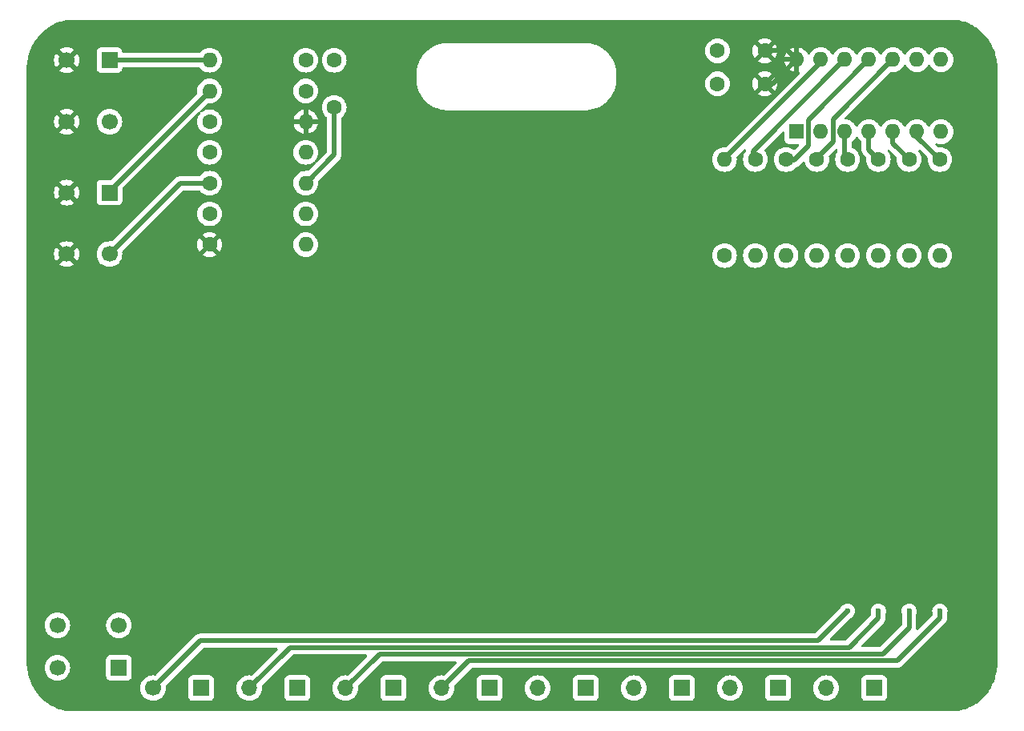
<source format=gbr>
%TF.GenerationSoftware,KiCad,Pcbnew,8.0.1*%
%TF.CreationDate,2024-04-19T02:30:16-04:00*%
%TF.ProjectId,hello-my-name-is,68656c6c-6f2d-46d7-992d-6e616d652d69,rev?*%
%TF.SameCoordinates,Original*%
%TF.FileFunction,Copper,L1,Top*%
%TF.FilePolarity,Positive*%
%FSLAX46Y46*%
G04 Gerber Fmt 4.6, Leading zero omitted, Abs format (unit mm)*
G04 Created by KiCad (PCBNEW 8.0.1) date 2024-04-19 02:30:16*
%MOMM*%
%LPD*%
G01*
G04 APERTURE LIST*
%TA.AperFunction,ComponentPad*%
%ADD10C,1.600000*%
%TD*%
%TA.AperFunction,ComponentPad*%
%ADD11O,1.600000X1.600000*%
%TD*%
%TA.AperFunction,ComponentPad*%
%ADD12R,1.700000X1.700000*%
%TD*%
%TA.AperFunction,ComponentPad*%
%ADD13C,1.700000*%
%TD*%
%TA.AperFunction,ComponentPad*%
%ADD14R,1.600000X1.600000*%
%TD*%
%TA.AperFunction,ComponentPad*%
%ADD15O,1.700000X1.700000*%
%TD*%
%TA.AperFunction,ViaPad*%
%ADD16C,0.600000*%
%TD*%
%TA.AperFunction,Conductor*%
%ADD17C,0.500000*%
%TD*%
G04 APERTURE END LIST*
D10*
%TO.P,R15,1*%
%TO.N,GND*%
X130000000Y-63000000D03*
D11*
%TO.P,R15,2*%
%TO.N,Net-(R15-Pad2)*%
X119840000Y-63000000D03*
%TD*%
D10*
%TO.P,R14,1*%
%TO.N,GND*%
X130000000Y-66250000D03*
D11*
%TO.P,R14,2*%
%TO.N,Net-(R1-Pad1)*%
X119840000Y-66250000D03*
%TD*%
D10*
%TO.P,R13,1*%
%TO.N,Net-(R13-Pad1)*%
X119840000Y-72750000D03*
D11*
%TO.P,R13,2*%
%TO.N,/RST*%
X130000000Y-72750000D03*
%TD*%
D12*
%TO.P,SW1,1,1*%
%TO.N,Net-(R1-Pad1)*%
X109250000Y-77000000D03*
D13*
X109250000Y-83500000D03*
%TO.P,SW1,2,2*%
%TO.N,VCC*%
X104750000Y-77000000D03*
X104750000Y-83500000D03*
%TD*%
D10*
%TO.P,R12,1*%
%TO.N,/LED7*%
X174250000Y-83660000D03*
D11*
%TO.P,R12,2*%
%TO.N,/Q7*%
X174250000Y-73500000D03*
%TD*%
D14*
%TO.P,U1,1,DSA*%
%TO.N,/DATA*%
X181875000Y-70550000D03*
D11*
%TO.P,U1,2,DSB*%
%TO.N,Net-(U1-DSB)*%
X184415000Y-70550000D03*
%TO.P,U1,3,Q0*%
%TO.N,/Q0*%
X186955000Y-70550000D03*
%TO.P,U1,4,Q1*%
%TO.N,/Q1*%
X189495000Y-70550000D03*
%TO.P,U1,5,Q2*%
%TO.N,/Q2*%
X192035000Y-70550000D03*
%TO.P,U1,6,Q3*%
%TO.N,/Q3*%
X194575000Y-70550000D03*
%TO.P,U1,7,GND*%
%TO.N,GND*%
X197115000Y-70550000D03*
%TO.P,U1,8,CP*%
%TO.N,/CLK*%
X197115000Y-62930000D03*
%TO.P,U1,9,~{MR}*%
%TO.N,/RST*%
X194575000Y-62930000D03*
%TO.P,U1,10,Q4*%
%TO.N,/Q4*%
X192035000Y-62930000D03*
%TO.P,U1,11,Q5*%
%TO.N,/Q5*%
X189495000Y-62930000D03*
%TO.P,U1,12,Q6*%
%TO.N,/Q6*%
X186955000Y-62930000D03*
%TO.P,U1,13,Q7*%
%TO.N,/Q7*%
X184415000Y-62930000D03*
%TO.P,U1,14,VCC*%
%TO.N,VCC*%
X181875000Y-62930000D03*
%TD*%
D10*
%TO.P,R2,1*%
%TO.N,Net-(R15-Pad2)*%
X119840000Y-79250000D03*
D11*
%TO.P,R2,2*%
%TO.N,/DATA*%
X130000000Y-79250000D03*
%TD*%
D10*
%TO.P,R6,1*%
%TO.N,/Q1*%
X190500000Y-73500000D03*
D11*
%TO.P,R6,2*%
%TO.N,/LED1*%
X190500000Y-83660000D03*
%TD*%
D10*
%TO.P,R5,1*%
%TO.N,/Q0*%
X187250000Y-73500000D03*
D11*
%TO.P,R5,2*%
%TO.N,/LED0*%
X187250000Y-83660000D03*
%TD*%
D10*
%TO.P,R1,1*%
%TO.N,Net-(R1-Pad1)*%
X119840000Y-76000000D03*
D11*
%TO.P,R1,2*%
%TO.N,/CLK*%
X130000000Y-76000000D03*
%TD*%
D10*
%TO.P,R4,1*%
%TO.N,VCC*%
X119840000Y-82500000D03*
D11*
%TO.P,R4,2*%
%TO.N,Net-(U1-DSB)*%
X130000000Y-82500000D03*
%TD*%
D10*
%TO.P,C3,1*%
%TO.N,VCC*%
X178500000Y-62000000D03*
%TO.P,C3,2*%
%TO.N,GND*%
X173500000Y-62000000D03*
%TD*%
%TO.P,C2,1*%
%TO.N,GND*%
X173500000Y-65500000D03*
%TO.P,C2,2*%
%TO.N,VCC*%
X178500000Y-65500000D03*
%TD*%
D12*
%TO.P,SW2,1,1*%
%TO.N,Net-(R15-Pad2)*%
X109250000Y-63000000D03*
D13*
X109250000Y-69500000D03*
%TO.P,SW2,2,2*%
%TO.N,VCC*%
X104750000Y-63000000D03*
X104750000Y-69500000D03*
%TD*%
%TO.P,J1,1,Pin_1*%
%TO.N,/LED0*%
X113860000Y-129400000D03*
D12*
%TO.P,J1,2,Pin_2*%
%TO.N,GND*%
X118940000Y-129400000D03*
D15*
%TO.P,J1,3,Pin_3*%
%TO.N,/LED1*%
X124020000Y-129400000D03*
D12*
%TO.P,J1,4,Pin_4*%
%TO.N,GND*%
X129100000Y-129400000D03*
D15*
%TO.P,J1,5,Pin_5*%
%TO.N,/LED2*%
X134180000Y-129400000D03*
D12*
%TO.P,J1,6,Pin_6*%
%TO.N,GND*%
X139260000Y-129400000D03*
D15*
%TO.P,J1,7,Pin_7*%
%TO.N,/LED3*%
X144340000Y-129400000D03*
D12*
%TO.P,J1,8,Pin_8*%
%TO.N,GND*%
X149420000Y-129400000D03*
D15*
%TO.P,J1,9,Pin_9*%
%TO.N,/LED4*%
X154500000Y-129400000D03*
D12*
%TO.P,J1,10,Pin_10*%
%TO.N,GND*%
X159580000Y-129400000D03*
D15*
%TO.P,J1,11,Pin_11*%
%TO.N,/LED5*%
X164660000Y-129400000D03*
D12*
%TO.P,J1,12,Pin_12*%
%TO.N,GND*%
X169740000Y-129400000D03*
D15*
%TO.P,J1,13,Pin_13*%
%TO.N,/LED6*%
X174820000Y-129400000D03*
D12*
%TO.P,J1,14,Pin_14*%
%TO.N,GND*%
X179900000Y-129400000D03*
D15*
%TO.P,J1,15,Pin_15*%
%TO.N,/LED7*%
X184980000Y-129400000D03*
D12*
%TO.P,J1,16,Pin_16*%
%TO.N,GND*%
X190060000Y-129400000D03*
%TD*%
D10*
%TO.P,R11,1*%
%TO.N,/Q6*%
X177500000Y-73500000D03*
D11*
%TO.P,R11,2*%
%TO.N,/LED6*%
X177500000Y-83660000D03*
%TD*%
D10*
%TO.P,R7,1*%
%TO.N,/Q2*%
X193750000Y-73500000D03*
D11*
%TO.P,R7,2*%
%TO.N,/LED2*%
X193750000Y-83660000D03*
%TD*%
D10*
%TO.P,R8,1*%
%TO.N,/Q3*%
X197000000Y-73500000D03*
D11*
%TO.P,R8,2*%
%TO.N,/LED3*%
X197000000Y-83660000D03*
%TD*%
D13*
%TO.P,SW3,2,2*%
%TO.N,Net-(R13-Pad1)*%
X103750000Y-122750000D03*
X110250000Y-122750000D03*
%TO.P,SW3,1,1*%
%TO.N,GND*%
X103750000Y-127250000D03*
D12*
X110250000Y-127250000D03*
%TD*%
D10*
%TO.P,R10,1*%
%TO.N,/Q5*%
X180750000Y-73500000D03*
D11*
%TO.P,R10,2*%
%TO.N,/LED5*%
X180750000Y-83660000D03*
%TD*%
D10*
%TO.P,C1,1*%
%TO.N,/CLK*%
X133000000Y-68000000D03*
%TO.P,C1,2*%
%TO.N,GND*%
X133000000Y-63000000D03*
%TD*%
%TO.P,R9,1*%
%TO.N,/Q4*%
X184000000Y-73500000D03*
D11*
%TO.P,R9,2*%
%TO.N,/LED4*%
X184000000Y-83660000D03*
%TD*%
D10*
%TO.P,R3,1*%
%TO.N,Net-(R13-Pad1)*%
X119840000Y-69500000D03*
D11*
%TO.P,R3,2*%
%TO.N,VCC*%
X130000000Y-69500000D03*
%TD*%
D16*
%TO.N,VCC*%
X162000000Y-85500000D03*
X164000000Y-85500000D03*
X163000000Y-85500000D03*
X132500000Y-85250000D03*
X133500000Y-85250000D03*
X134500000Y-85250000D03*
X165000000Y-85500000D03*
X131500000Y-85250000D03*
%TO.N,/LED1*%
X190500000Y-121250000D03*
%TO.N,/LED2*%
X193750000Y-121250000D03*
%TO.N,/LED0*%
X187250000Y-121250000D03*
%TO.N,/LED3*%
X197000000Y-121250000D03*
%TD*%
D17*
%TO.N,/CLK*%
X130000000Y-76000000D02*
X133000000Y-73000000D01*
X133000000Y-73000000D02*
X133000000Y-68000000D01*
%TO.N,Net-(R1-Pad1)*%
X119840000Y-76000000D02*
X116750000Y-76000000D01*
X116750000Y-76000000D02*
X109250000Y-83500000D01*
X119840000Y-66250000D02*
X109250000Y-76840000D01*
X109250000Y-76840000D02*
X109250000Y-77000000D01*
%TO.N,Net-(R15-Pad2)*%
X119840000Y-63000000D02*
X109250000Y-63000000D01*
%TO.N,VCC*%
X178500000Y-65500000D02*
X179305000Y-65500000D01*
X178500000Y-62000000D02*
X180945000Y-62000000D01*
X179305000Y-65500000D02*
X181875000Y-62930000D01*
X180945000Y-62000000D02*
X181875000Y-62930000D01*
%TO.N,/LED1*%
X190500000Y-121989949D02*
X187389949Y-125100000D01*
X128320000Y-125100000D02*
X124020000Y-129400000D01*
X190500000Y-121250000D02*
X190500000Y-121989949D01*
X186000000Y-125100000D02*
X128320000Y-125100000D01*
X187389949Y-125100000D02*
X186000000Y-125100000D01*
%TO.N,/LED2*%
X190950000Y-125800000D02*
X189000000Y-125800000D01*
X193750000Y-123000000D02*
X190950000Y-125800000D01*
X137780000Y-125800000D02*
X134180000Y-129400000D01*
X189000000Y-125800000D02*
X137780000Y-125800000D01*
X193750000Y-121250000D02*
X193750000Y-123000000D01*
%TO.N,/LED0*%
X118860000Y-124400000D02*
X183250000Y-124400000D01*
X184100000Y-124400000D02*
X183250000Y-124400000D01*
X187250000Y-121250000D02*
X184100000Y-124400000D01*
X118860000Y-124400000D02*
X113860000Y-129400000D01*
%TO.N,/LED3*%
X197000000Y-121989949D02*
X192489949Y-126500000D01*
X191750000Y-126500000D02*
X147240000Y-126500000D01*
X192489949Y-126500000D02*
X191750000Y-126500000D01*
X147240000Y-126500000D02*
X144340000Y-129400000D01*
X197000000Y-121250000D02*
X197000000Y-121989949D01*
%TO.N,/Q0*%
X186955000Y-73205000D02*
X187250000Y-73500000D01*
X186955000Y-70550000D02*
X186955000Y-73205000D01*
%TO.N,/Q1*%
X189495000Y-70550000D02*
X189495000Y-72495000D01*
X189495000Y-72495000D02*
X190500000Y-73500000D01*
%TO.N,/Q2*%
X192035000Y-70550000D02*
X192035000Y-71785000D01*
X192035000Y-71785000D02*
X193750000Y-73500000D01*
%TO.N,/Q3*%
X194575000Y-70550000D02*
X194575000Y-71075000D01*
X194575000Y-71075000D02*
X197000000Y-73500000D01*
%TO.N,/Q4*%
X185705000Y-69260000D02*
X192035000Y-62930000D01*
X183750000Y-73580000D02*
X185705000Y-71625000D01*
X185705000Y-71625000D02*
X185705000Y-69260000D01*
%TO.N,/Q5*%
X183125000Y-69300000D02*
X189495000Y-62930000D01*
X180500000Y-73580000D02*
X181631370Y-73580000D01*
X183125000Y-72086370D02*
X183125000Y-69300000D01*
X181631370Y-73580000D02*
X183125000Y-72086370D01*
%TO.N,/Q6*%
X177250000Y-72635000D02*
X186955000Y-62930000D01*
X177250000Y-73670000D02*
X177250000Y-72635000D01*
%TO.N,/Q7*%
X184415000Y-63255000D02*
X184415000Y-62930000D01*
X174000000Y-73670000D02*
X184415000Y-63255000D01*
%TD*%
%TA.AperFunction,Conductor*%
%TO.N,VCC*%
G36*
X198255442Y-58726891D02*
G01*
X198502713Y-58733636D01*
X198509418Y-58734002D01*
X198747554Y-58753536D01*
X198754241Y-58754268D01*
X198988821Y-58786424D01*
X198995399Y-58787508D01*
X199226188Y-58831969D01*
X199232683Y-58833403D01*
X199459454Y-58889865D01*
X199465771Y-58891617D01*
X199688379Y-58959811D01*
X199694528Y-58961874D01*
X199912524Y-59041448D01*
X199918539Y-59043822D01*
X200131826Y-59134544D01*
X200137640Y-59137196D01*
X200345861Y-59238747D01*
X200351473Y-59241664D01*
X200554389Y-59353780D01*
X200559724Y-59356906D01*
X200757014Y-59479283D01*
X200762172Y-59482663D01*
X200823015Y-59524741D01*
X200953532Y-59615007D01*
X200958445Y-59618588D01*
X201143529Y-59760575D01*
X201143532Y-59760577D01*
X201148236Y-59764371D01*
X201326780Y-59915734D01*
X201331229Y-59919694D01*
X201406276Y-59989823D01*
X201502916Y-60080131D01*
X201507158Y-60084290D01*
X201613110Y-60193263D01*
X201654910Y-60236256D01*
X201671622Y-60253444D01*
X201675621Y-60257758D01*
X201679847Y-60262540D01*
X201832572Y-60435350D01*
X201836346Y-60439828D01*
X201985461Y-60625534D01*
X201989000Y-60630160D01*
X202129943Y-60823643D01*
X202133247Y-60828409D01*
X202265708Y-61029358D01*
X202268774Y-61034255D01*
X202392443Y-61242356D01*
X202395269Y-61247373D01*
X202427362Y-61307586D01*
X202509809Y-61462274D01*
X202512399Y-61467416D01*
X202617527Y-61688847D01*
X202619873Y-61694102D01*
X202715226Y-61921633D01*
X202717328Y-61926994D01*
X202802630Y-62160388D01*
X202804482Y-62165843D01*
X202839510Y-62277520D01*
X202877926Y-62400000D01*
X202879428Y-62404787D01*
X202881026Y-62410334D01*
X202945282Y-62654448D01*
X202946623Y-62660070D01*
X202999900Y-62909088D01*
X203000979Y-62914778D01*
X203042959Y-63168369D01*
X203043772Y-63174112D01*
X203049972Y-63226741D01*
X203074154Y-63432043D01*
X203074698Y-63437830D01*
X203093156Y-63699676D01*
X203093429Y-63705490D01*
X203099770Y-63976054D01*
X203099804Y-63978959D01*
X203099804Y-126594854D01*
X203099770Y-126597759D01*
X203093429Y-126868326D01*
X203093156Y-126874140D01*
X203074698Y-127135985D01*
X203074154Y-127141772D01*
X203043774Y-127399682D01*
X203042960Y-127405427D01*
X203000978Y-127659040D01*
X202999899Y-127664731D01*
X202946623Y-127913748D01*
X202945282Y-127919371D01*
X202881027Y-128163478D01*
X202879429Y-128169024D01*
X202804482Y-128407971D01*
X202802630Y-128413427D01*
X202717324Y-128646830D01*
X202715222Y-128652190D01*
X202619860Y-128879743D01*
X202617514Y-128884997D01*
X202512399Y-129106402D01*
X202509809Y-129111545D01*
X202395273Y-129326439D01*
X202392444Y-129331463D01*
X202268782Y-129539553D01*
X202265715Y-129544450D01*
X202133250Y-129745406D01*
X202129946Y-129750172D01*
X201988992Y-129943670D01*
X201985453Y-129948295D01*
X201836354Y-130133983D01*
X201832580Y-130138463D01*
X201675621Y-130316063D01*
X201671612Y-130320387D01*
X201507158Y-130489531D01*
X201502916Y-130493690D01*
X201331244Y-130654114D01*
X201326766Y-130658100D01*
X201148242Y-130809445D01*
X201143532Y-130813244D01*
X200958446Y-130955232D01*
X200953505Y-130958833D01*
X200862561Y-131021730D01*
X200762176Y-131091157D01*
X200757018Y-131094538D01*
X200559747Y-131216901D01*
X200554353Y-131220061D01*
X200351465Y-131332162D01*
X200345853Y-131335079D01*
X200137640Y-131436626D01*
X200131819Y-131439281D01*
X199918540Y-131529999D01*
X199912524Y-131532374D01*
X199694553Y-131611939D01*
X199688354Y-131614019D01*
X199465797Y-131682197D01*
X199459436Y-131683961D01*
X199232682Y-131740419D01*
X199226180Y-131741854D01*
X198995419Y-131786310D01*
X198988803Y-131787400D01*
X198754265Y-131819551D01*
X198747563Y-131820285D01*
X198509454Y-131839819D01*
X198502696Y-131840188D01*
X198255416Y-131846933D01*
X198252035Y-131846979D01*
X105361077Y-131846979D01*
X105357696Y-131846933D01*
X105110415Y-131840188D01*
X105103657Y-131839819D01*
X104865550Y-131820285D01*
X104858850Y-131819551D01*
X104826819Y-131815160D01*
X104624311Y-131787400D01*
X104617695Y-131786310D01*
X104386926Y-131741852D01*
X104380424Y-131740417D01*
X104153680Y-131683962D01*
X104147319Y-131682198D01*
X103924771Y-131614023D01*
X103918572Y-131611943D01*
X103700583Y-131532371D01*
X103694567Y-131529996D01*
X103481276Y-131439273D01*
X103475455Y-131436617D01*
X103267280Y-131335088D01*
X103261668Y-131332172D01*
X103261650Y-131332162D01*
X103058741Y-131220049D01*
X103053368Y-131216901D01*
X102856113Y-131094546D01*
X102850963Y-131091171D01*
X102850930Y-131091148D01*
X102659604Y-130958828D01*
X102654676Y-130955236D01*
X102573093Y-130892650D01*
X102469588Y-130813246D01*
X102464878Y-130809447D01*
X102286336Y-130658086D01*
X102281858Y-130654100D01*
X102110199Y-130493689D01*
X102105957Y-130489530D01*
X102056335Y-130438493D01*
X101941499Y-130320381D01*
X101937495Y-130316062D01*
X101780537Y-130138463D01*
X101776763Y-130133984D01*
X101627659Y-129948290D01*
X101624120Y-129943665D01*
X101483171Y-129750174D01*
X101479867Y-129745408D01*
X101347395Y-129544441D01*
X101344328Y-129539543D01*
X101261403Y-129400000D01*
X112504341Y-129400000D01*
X112524936Y-129635403D01*
X112524938Y-129635413D01*
X112586094Y-129863655D01*
X112586096Y-129863659D01*
X112586097Y-129863663D01*
X112625562Y-129948295D01*
X112685965Y-130077830D01*
X112685967Y-130077834D01*
X112794281Y-130232521D01*
X112821505Y-130271401D01*
X112988599Y-130438495D01*
X113066236Y-130492857D01*
X113182165Y-130574032D01*
X113182167Y-130574033D01*
X113182170Y-130574035D01*
X113396337Y-130673903D01*
X113624592Y-130735063D01*
X113812918Y-130751539D01*
X113859999Y-130755659D01*
X113860000Y-130755659D01*
X113860001Y-130755659D01*
X113899234Y-130752226D01*
X114095408Y-130735063D01*
X114323663Y-130673903D01*
X114537830Y-130574035D01*
X114731401Y-130438495D01*
X114872026Y-130297870D01*
X117589500Y-130297870D01*
X117589501Y-130297876D01*
X117595908Y-130357483D01*
X117646202Y-130492328D01*
X117646206Y-130492335D01*
X117732452Y-130607544D01*
X117732455Y-130607547D01*
X117847664Y-130693793D01*
X117847671Y-130693797D01*
X117982517Y-130744091D01*
X117982516Y-130744091D01*
X117989444Y-130744835D01*
X118042127Y-130750500D01*
X119837872Y-130750499D01*
X119897483Y-130744091D01*
X120032331Y-130693796D01*
X120147546Y-130607546D01*
X120233796Y-130492331D01*
X120284091Y-130357483D01*
X120290500Y-130297873D01*
X120290499Y-128502128D01*
X120284091Y-128442517D01*
X120277197Y-128424034D01*
X120233797Y-128307671D01*
X120233793Y-128307664D01*
X120147547Y-128192455D01*
X120147544Y-128192452D01*
X120032335Y-128106206D01*
X120032328Y-128106202D01*
X119897482Y-128055908D01*
X119897483Y-128055908D01*
X119837883Y-128049501D01*
X119837881Y-128049500D01*
X119837873Y-128049500D01*
X119837864Y-128049500D01*
X118042129Y-128049500D01*
X118042123Y-128049501D01*
X117982516Y-128055908D01*
X117847671Y-128106202D01*
X117847664Y-128106206D01*
X117732455Y-128192452D01*
X117732452Y-128192455D01*
X117646206Y-128307664D01*
X117646202Y-128307671D01*
X117595908Y-128442517D01*
X117589501Y-128502116D01*
X117589501Y-128502123D01*
X117589500Y-128502135D01*
X117589500Y-130297870D01*
X114872026Y-130297870D01*
X114898495Y-130271401D01*
X115034035Y-130077830D01*
X115133903Y-129863663D01*
X115195063Y-129635408D01*
X115215659Y-129400000D01*
X115197022Y-129186985D01*
X115210788Y-129118486D01*
X115232866Y-129088500D01*
X119134549Y-125186819D01*
X119195872Y-125153334D01*
X119222230Y-125150500D01*
X126908771Y-125150500D01*
X126975810Y-125170185D01*
X127021565Y-125222989D01*
X127031509Y-125292147D01*
X127002484Y-125355703D01*
X126996452Y-125362181D01*
X124331500Y-128027130D01*
X124270177Y-128060615D01*
X124233012Y-128062977D01*
X124020002Y-128044341D01*
X124019999Y-128044341D01*
X123784596Y-128064936D01*
X123784586Y-128064938D01*
X123556344Y-128126094D01*
X123556335Y-128126098D01*
X123342171Y-128225964D01*
X123342169Y-128225965D01*
X123148597Y-128361505D01*
X122981505Y-128528597D01*
X122845965Y-128722169D01*
X122845964Y-128722171D01*
X122746098Y-128936335D01*
X122746094Y-128936344D01*
X122684938Y-129164586D01*
X122684936Y-129164596D01*
X122664341Y-129399999D01*
X122664341Y-129400000D01*
X122684936Y-129635403D01*
X122684938Y-129635413D01*
X122746094Y-129863655D01*
X122746096Y-129863659D01*
X122746097Y-129863663D01*
X122785562Y-129948295D01*
X122845965Y-130077830D01*
X122845967Y-130077834D01*
X122954281Y-130232521D01*
X122981505Y-130271401D01*
X123148599Y-130438495D01*
X123226236Y-130492857D01*
X123342165Y-130574032D01*
X123342167Y-130574033D01*
X123342170Y-130574035D01*
X123556337Y-130673903D01*
X123784592Y-130735063D01*
X123972918Y-130751539D01*
X124019999Y-130755659D01*
X124020000Y-130755659D01*
X124020001Y-130755659D01*
X124059234Y-130752226D01*
X124255408Y-130735063D01*
X124483663Y-130673903D01*
X124697830Y-130574035D01*
X124891401Y-130438495D01*
X125032026Y-130297870D01*
X127749500Y-130297870D01*
X127749501Y-130297876D01*
X127755908Y-130357483D01*
X127806202Y-130492328D01*
X127806206Y-130492335D01*
X127892452Y-130607544D01*
X127892455Y-130607547D01*
X128007664Y-130693793D01*
X128007671Y-130693797D01*
X128142517Y-130744091D01*
X128142516Y-130744091D01*
X128149444Y-130744835D01*
X128202127Y-130750500D01*
X129997872Y-130750499D01*
X130057483Y-130744091D01*
X130192331Y-130693796D01*
X130307546Y-130607546D01*
X130393796Y-130492331D01*
X130444091Y-130357483D01*
X130450500Y-130297873D01*
X130450499Y-128502128D01*
X130444091Y-128442517D01*
X130437197Y-128424034D01*
X130393797Y-128307671D01*
X130393793Y-128307664D01*
X130307547Y-128192455D01*
X130307544Y-128192452D01*
X130192335Y-128106206D01*
X130192328Y-128106202D01*
X130057482Y-128055908D01*
X130057483Y-128055908D01*
X129997883Y-128049501D01*
X129997881Y-128049500D01*
X129997873Y-128049500D01*
X129997864Y-128049500D01*
X128202129Y-128049500D01*
X128202123Y-128049501D01*
X128142516Y-128055908D01*
X128007671Y-128106202D01*
X128007664Y-128106206D01*
X127892455Y-128192452D01*
X127892452Y-128192455D01*
X127806206Y-128307664D01*
X127806202Y-128307671D01*
X127755908Y-128442517D01*
X127749501Y-128502116D01*
X127749501Y-128502123D01*
X127749500Y-128502135D01*
X127749500Y-130297870D01*
X125032026Y-130297870D01*
X125058495Y-130271401D01*
X125194035Y-130077830D01*
X125293903Y-129863663D01*
X125355063Y-129635408D01*
X125375659Y-129400000D01*
X125357022Y-129186985D01*
X125370788Y-129118486D01*
X125392866Y-129088500D01*
X128594548Y-125886819D01*
X128655871Y-125853334D01*
X128682229Y-125850500D01*
X136368770Y-125850500D01*
X136435809Y-125870185D01*
X136481564Y-125922989D01*
X136491508Y-125992147D01*
X136462483Y-126055703D01*
X136456451Y-126062181D01*
X134491500Y-128027130D01*
X134430177Y-128060615D01*
X134393012Y-128062977D01*
X134180002Y-128044341D01*
X134179999Y-128044341D01*
X133944596Y-128064936D01*
X133944586Y-128064938D01*
X133716344Y-128126094D01*
X133716335Y-128126098D01*
X133502171Y-128225964D01*
X133502169Y-128225965D01*
X133308597Y-128361505D01*
X133141505Y-128528597D01*
X133005965Y-128722169D01*
X133005964Y-128722171D01*
X132906098Y-128936335D01*
X132906094Y-128936344D01*
X132844938Y-129164586D01*
X132844936Y-129164596D01*
X132824341Y-129399999D01*
X132824341Y-129400000D01*
X132844936Y-129635403D01*
X132844938Y-129635413D01*
X132906094Y-129863655D01*
X132906096Y-129863659D01*
X132906097Y-129863663D01*
X132945562Y-129948295D01*
X133005965Y-130077830D01*
X133005967Y-130077834D01*
X133114281Y-130232521D01*
X133141505Y-130271401D01*
X133308599Y-130438495D01*
X133386236Y-130492857D01*
X133502165Y-130574032D01*
X133502167Y-130574033D01*
X133502170Y-130574035D01*
X133716337Y-130673903D01*
X133944592Y-130735063D01*
X134132918Y-130751539D01*
X134179999Y-130755659D01*
X134180000Y-130755659D01*
X134180001Y-130755659D01*
X134219234Y-130752226D01*
X134415408Y-130735063D01*
X134643663Y-130673903D01*
X134857830Y-130574035D01*
X135051401Y-130438495D01*
X135192026Y-130297870D01*
X137909500Y-130297870D01*
X137909501Y-130297876D01*
X137915908Y-130357483D01*
X137966202Y-130492328D01*
X137966206Y-130492335D01*
X138052452Y-130607544D01*
X138052455Y-130607547D01*
X138167664Y-130693793D01*
X138167671Y-130693797D01*
X138302517Y-130744091D01*
X138302516Y-130744091D01*
X138309444Y-130744835D01*
X138362127Y-130750500D01*
X140157872Y-130750499D01*
X140217483Y-130744091D01*
X140352331Y-130693796D01*
X140467546Y-130607546D01*
X140553796Y-130492331D01*
X140604091Y-130357483D01*
X140610500Y-130297873D01*
X140610499Y-128502128D01*
X140604091Y-128442517D01*
X140597197Y-128424034D01*
X140553797Y-128307671D01*
X140553793Y-128307664D01*
X140467547Y-128192455D01*
X140467544Y-128192452D01*
X140352335Y-128106206D01*
X140352328Y-128106202D01*
X140217482Y-128055908D01*
X140217483Y-128055908D01*
X140157883Y-128049501D01*
X140157881Y-128049500D01*
X140157873Y-128049500D01*
X140157864Y-128049500D01*
X138362129Y-128049500D01*
X138362123Y-128049501D01*
X138302516Y-128055908D01*
X138167671Y-128106202D01*
X138167664Y-128106206D01*
X138052455Y-128192452D01*
X138052452Y-128192455D01*
X137966206Y-128307664D01*
X137966202Y-128307671D01*
X137915908Y-128442517D01*
X137909501Y-128502116D01*
X137909501Y-128502123D01*
X137909500Y-128502135D01*
X137909500Y-130297870D01*
X135192026Y-130297870D01*
X135218495Y-130271401D01*
X135354035Y-130077830D01*
X135453903Y-129863663D01*
X135515063Y-129635408D01*
X135535659Y-129400000D01*
X135517022Y-129186985D01*
X135530788Y-129118486D01*
X135552866Y-129088500D01*
X138054549Y-126586819D01*
X138115872Y-126553334D01*
X138142230Y-126550500D01*
X145828771Y-126550500D01*
X145895810Y-126570185D01*
X145941565Y-126622989D01*
X145951509Y-126692147D01*
X145922484Y-126755703D01*
X145916455Y-126762176D01*
X145664046Y-127014586D01*
X144651500Y-128027130D01*
X144590177Y-128060615D01*
X144553012Y-128062977D01*
X144340002Y-128044341D01*
X144339999Y-128044341D01*
X144104596Y-128064936D01*
X144104586Y-128064938D01*
X143876344Y-128126094D01*
X143876335Y-128126098D01*
X143662171Y-128225964D01*
X143662169Y-128225965D01*
X143468597Y-128361505D01*
X143301505Y-128528597D01*
X143165965Y-128722169D01*
X143165964Y-128722171D01*
X143066098Y-128936335D01*
X143066094Y-128936344D01*
X143004938Y-129164586D01*
X143004936Y-129164596D01*
X142984341Y-129399999D01*
X142984341Y-129400000D01*
X143004936Y-129635403D01*
X143004938Y-129635413D01*
X143066094Y-129863655D01*
X143066096Y-129863659D01*
X143066097Y-129863663D01*
X143105562Y-129948295D01*
X143165965Y-130077830D01*
X143165967Y-130077834D01*
X143274281Y-130232521D01*
X143301505Y-130271401D01*
X143468599Y-130438495D01*
X143546236Y-130492857D01*
X143662165Y-130574032D01*
X143662167Y-130574033D01*
X143662170Y-130574035D01*
X143876337Y-130673903D01*
X144104592Y-130735063D01*
X144292918Y-130751539D01*
X144339999Y-130755659D01*
X144340000Y-130755659D01*
X144340001Y-130755659D01*
X144379234Y-130752226D01*
X144575408Y-130735063D01*
X144803663Y-130673903D01*
X145017830Y-130574035D01*
X145211401Y-130438495D01*
X145352026Y-130297870D01*
X148069500Y-130297870D01*
X148069501Y-130297876D01*
X148075908Y-130357483D01*
X148126202Y-130492328D01*
X148126206Y-130492335D01*
X148212452Y-130607544D01*
X148212455Y-130607547D01*
X148327664Y-130693793D01*
X148327671Y-130693797D01*
X148462517Y-130744091D01*
X148462516Y-130744091D01*
X148469444Y-130744835D01*
X148522127Y-130750500D01*
X150317872Y-130750499D01*
X150377483Y-130744091D01*
X150512331Y-130693796D01*
X150627546Y-130607546D01*
X150713796Y-130492331D01*
X150764091Y-130357483D01*
X150770500Y-130297873D01*
X150770499Y-129400000D01*
X153144341Y-129400000D01*
X153164936Y-129635403D01*
X153164938Y-129635413D01*
X153226094Y-129863655D01*
X153226096Y-129863659D01*
X153226097Y-129863663D01*
X153265562Y-129948295D01*
X153325965Y-130077830D01*
X153325967Y-130077834D01*
X153434281Y-130232521D01*
X153461505Y-130271401D01*
X153628599Y-130438495D01*
X153706236Y-130492857D01*
X153822165Y-130574032D01*
X153822167Y-130574033D01*
X153822170Y-130574035D01*
X154036337Y-130673903D01*
X154264592Y-130735063D01*
X154452918Y-130751539D01*
X154499999Y-130755659D01*
X154500000Y-130755659D01*
X154500001Y-130755659D01*
X154539234Y-130752226D01*
X154735408Y-130735063D01*
X154963663Y-130673903D01*
X155177830Y-130574035D01*
X155371401Y-130438495D01*
X155512026Y-130297870D01*
X158229500Y-130297870D01*
X158229501Y-130297876D01*
X158235908Y-130357483D01*
X158286202Y-130492328D01*
X158286206Y-130492335D01*
X158372452Y-130607544D01*
X158372455Y-130607547D01*
X158487664Y-130693793D01*
X158487671Y-130693797D01*
X158622517Y-130744091D01*
X158622516Y-130744091D01*
X158629444Y-130744835D01*
X158682127Y-130750500D01*
X160477872Y-130750499D01*
X160537483Y-130744091D01*
X160672331Y-130693796D01*
X160787546Y-130607546D01*
X160873796Y-130492331D01*
X160924091Y-130357483D01*
X160930500Y-130297873D01*
X160930499Y-129400000D01*
X163304341Y-129400000D01*
X163324936Y-129635403D01*
X163324938Y-129635413D01*
X163386094Y-129863655D01*
X163386096Y-129863659D01*
X163386097Y-129863663D01*
X163425562Y-129948295D01*
X163485965Y-130077830D01*
X163485967Y-130077834D01*
X163594281Y-130232521D01*
X163621505Y-130271401D01*
X163788599Y-130438495D01*
X163866236Y-130492857D01*
X163982165Y-130574032D01*
X163982167Y-130574033D01*
X163982170Y-130574035D01*
X164196337Y-130673903D01*
X164424592Y-130735063D01*
X164612918Y-130751539D01*
X164659999Y-130755659D01*
X164660000Y-130755659D01*
X164660001Y-130755659D01*
X164699234Y-130752226D01*
X164895408Y-130735063D01*
X165123663Y-130673903D01*
X165337830Y-130574035D01*
X165531401Y-130438495D01*
X165672026Y-130297870D01*
X168389500Y-130297870D01*
X168389501Y-130297876D01*
X168395908Y-130357483D01*
X168446202Y-130492328D01*
X168446206Y-130492335D01*
X168532452Y-130607544D01*
X168532455Y-130607547D01*
X168647664Y-130693793D01*
X168647671Y-130693797D01*
X168782517Y-130744091D01*
X168782516Y-130744091D01*
X168789444Y-130744835D01*
X168842127Y-130750500D01*
X170637872Y-130750499D01*
X170697483Y-130744091D01*
X170832331Y-130693796D01*
X170947546Y-130607546D01*
X171033796Y-130492331D01*
X171084091Y-130357483D01*
X171090500Y-130297873D01*
X171090499Y-129400000D01*
X173464341Y-129400000D01*
X173484936Y-129635403D01*
X173484938Y-129635413D01*
X173546094Y-129863655D01*
X173546096Y-129863659D01*
X173546097Y-129863663D01*
X173585562Y-129948295D01*
X173645965Y-130077830D01*
X173645967Y-130077834D01*
X173754281Y-130232521D01*
X173781505Y-130271401D01*
X173948599Y-130438495D01*
X174026236Y-130492857D01*
X174142165Y-130574032D01*
X174142167Y-130574033D01*
X174142170Y-130574035D01*
X174356337Y-130673903D01*
X174584592Y-130735063D01*
X174772918Y-130751539D01*
X174819999Y-130755659D01*
X174820000Y-130755659D01*
X174820001Y-130755659D01*
X174859234Y-130752226D01*
X175055408Y-130735063D01*
X175283663Y-130673903D01*
X175497830Y-130574035D01*
X175691401Y-130438495D01*
X175832026Y-130297870D01*
X178549500Y-130297870D01*
X178549501Y-130297876D01*
X178555908Y-130357483D01*
X178606202Y-130492328D01*
X178606206Y-130492335D01*
X178692452Y-130607544D01*
X178692455Y-130607547D01*
X178807664Y-130693793D01*
X178807671Y-130693797D01*
X178942517Y-130744091D01*
X178942516Y-130744091D01*
X178949444Y-130744835D01*
X179002127Y-130750500D01*
X180797872Y-130750499D01*
X180857483Y-130744091D01*
X180992331Y-130693796D01*
X181107546Y-130607546D01*
X181193796Y-130492331D01*
X181244091Y-130357483D01*
X181250500Y-130297873D01*
X181250499Y-129400000D01*
X183624341Y-129400000D01*
X183644936Y-129635403D01*
X183644938Y-129635413D01*
X183706094Y-129863655D01*
X183706096Y-129863659D01*
X183706097Y-129863663D01*
X183745562Y-129948295D01*
X183805965Y-130077830D01*
X183805967Y-130077834D01*
X183914281Y-130232521D01*
X183941505Y-130271401D01*
X184108599Y-130438495D01*
X184186236Y-130492857D01*
X184302165Y-130574032D01*
X184302167Y-130574033D01*
X184302170Y-130574035D01*
X184516337Y-130673903D01*
X184744592Y-130735063D01*
X184932918Y-130751539D01*
X184979999Y-130755659D01*
X184980000Y-130755659D01*
X184980001Y-130755659D01*
X185019234Y-130752226D01*
X185215408Y-130735063D01*
X185443663Y-130673903D01*
X185657830Y-130574035D01*
X185851401Y-130438495D01*
X185992026Y-130297870D01*
X188709500Y-130297870D01*
X188709501Y-130297876D01*
X188715908Y-130357483D01*
X188766202Y-130492328D01*
X188766206Y-130492335D01*
X188852452Y-130607544D01*
X188852455Y-130607547D01*
X188967664Y-130693793D01*
X188967671Y-130693797D01*
X189102517Y-130744091D01*
X189102516Y-130744091D01*
X189109444Y-130744835D01*
X189162127Y-130750500D01*
X190957872Y-130750499D01*
X191017483Y-130744091D01*
X191152331Y-130693796D01*
X191267546Y-130607546D01*
X191353796Y-130492331D01*
X191404091Y-130357483D01*
X191410500Y-130297873D01*
X191410499Y-128502128D01*
X191404091Y-128442517D01*
X191397197Y-128424034D01*
X191353797Y-128307671D01*
X191353793Y-128307664D01*
X191267547Y-128192455D01*
X191267544Y-128192452D01*
X191152335Y-128106206D01*
X191152328Y-128106202D01*
X191017482Y-128055908D01*
X191017483Y-128055908D01*
X190957883Y-128049501D01*
X190957881Y-128049500D01*
X190957873Y-128049500D01*
X190957864Y-128049500D01*
X189162129Y-128049500D01*
X189162123Y-128049501D01*
X189102516Y-128055908D01*
X188967671Y-128106202D01*
X188967664Y-128106206D01*
X188852455Y-128192452D01*
X188852452Y-128192455D01*
X188766206Y-128307664D01*
X188766202Y-128307671D01*
X188715908Y-128442517D01*
X188709501Y-128502116D01*
X188709501Y-128502123D01*
X188709500Y-128502135D01*
X188709500Y-130297870D01*
X185992026Y-130297870D01*
X186018495Y-130271401D01*
X186154035Y-130077830D01*
X186253903Y-129863663D01*
X186315063Y-129635408D01*
X186335659Y-129400000D01*
X186315063Y-129164592D01*
X186253903Y-128936337D01*
X186154035Y-128722171D01*
X186105022Y-128652172D01*
X186018494Y-128528597D01*
X185851402Y-128361506D01*
X185851395Y-128361501D01*
X185657834Y-128225967D01*
X185657830Y-128225965D01*
X185618193Y-128207482D01*
X185443663Y-128126097D01*
X185443659Y-128126096D01*
X185443655Y-128126094D01*
X185215413Y-128064938D01*
X185215403Y-128064936D01*
X184980001Y-128044341D01*
X184979999Y-128044341D01*
X184744596Y-128064936D01*
X184744586Y-128064938D01*
X184516344Y-128126094D01*
X184516335Y-128126098D01*
X184302171Y-128225964D01*
X184302169Y-128225965D01*
X184108597Y-128361505D01*
X183941505Y-128528597D01*
X183805965Y-128722169D01*
X183805964Y-128722171D01*
X183706098Y-128936335D01*
X183706094Y-128936344D01*
X183644938Y-129164586D01*
X183644936Y-129164596D01*
X183624341Y-129399999D01*
X183624341Y-129400000D01*
X181250499Y-129400000D01*
X181250499Y-128502128D01*
X181244091Y-128442517D01*
X181237197Y-128424034D01*
X181193797Y-128307671D01*
X181193793Y-128307664D01*
X181107547Y-128192455D01*
X181107544Y-128192452D01*
X180992335Y-128106206D01*
X180992328Y-128106202D01*
X180857482Y-128055908D01*
X180857483Y-128055908D01*
X180797883Y-128049501D01*
X180797881Y-128049500D01*
X180797873Y-128049500D01*
X180797864Y-128049500D01*
X179002129Y-128049500D01*
X179002123Y-128049501D01*
X178942516Y-128055908D01*
X178807671Y-128106202D01*
X178807664Y-128106206D01*
X178692455Y-128192452D01*
X178692452Y-128192455D01*
X178606206Y-128307664D01*
X178606202Y-128307671D01*
X178555908Y-128442517D01*
X178549501Y-128502116D01*
X178549501Y-128502123D01*
X178549500Y-128502135D01*
X178549500Y-130297870D01*
X175832026Y-130297870D01*
X175858495Y-130271401D01*
X175994035Y-130077830D01*
X176093903Y-129863663D01*
X176155063Y-129635408D01*
X176175659Y-129400000D01*
X176155063Y-129164592D01*
X176093903Y-128936337D01*
X175994035Y-128722171D01*
X175945022Y-128652172D01*
X175858494Y-128528597D01*
X175691402Y-128361506D01*
X175691395Y-128361501D01*
X175497834Y-128225967D01*
X175497830Y-128225965D01*
X175458193Y-128207482D01*
X175283663Y-128126097D01*
X175283659Y-128126096D01*
X175283655Y-128126094D01*
X175055413Y-128064938D01*
X175055403Y-128064936D01*
X174820001Y-128044341D01*
X174819999Y-128044341D01*
X174584596Y-128064936D01*
X174584586Y-128064938D01*
X174356344Y-128126094D01*
X174356335Y-128126098D01*
X174142171Y-128225964D01*
X174142169Y-128225965D01*
X173948597Y-128361505D01*
X173781505Y-128528597D01*
X173645965Y-128722169D01*
X173645964Y-128722171D01*
X173546098Y-128936335D01*
X173546094Y-128936344D01*
X173484938Y-129164586D01*
X173484936Y-129164596D01*
X173464341Y-129399999D01*
X173464341Y-129400000D01*
X171090499Y-129400000D01*
X171090499Y-128502128D01*
X171084091Y-128442517D01*
X171077197Y-128424034D01*
X171033797Y-128307671D01*
X171033793Y-128307664D01*
X170947547Y-128192455D01*
X170947544Y-128192452D01*
X170832335Y-128106206D01*
X170832328Y-128106202D01*
X170697482Y-128055908D01*
X170697483Y-128055908D01*
X170637883Y-128049501D01*
X170637881Y-128049500D01*
X170637873Y-128049500D01*
X170637864Y-128049500D01*
X168842129Y-128049500D01*
X168842123Y-128049501D01*
X168782516Y-128055908D01*
X168647671Y-128106202D01*
X168647664Y-128106206D01*
X168532455Y-128192452D01*
X168532452Y-128192455D01*
X168446206Y-128307664D01*
X168446202Y-128307671D01*
X168395908Y-128442517D01*
X168389501Y-128502116D01*
X168389501Y-128502123D01*
X168389500Y-128502135D01*
X168389500Y-130297870D01*
X165672026Y-130297870D01*
X165698495Y-130271401D01*
X165834035Y-130077830D01*
X165933903Y-129863663D01*
X165995063Y-129635408D01*
X166015659Y-129400000D01*
X165995063Y-129164592D01*
X165933903Y-128936337D01*
X165834035Y-128722171D01*
X165785022Y-128652172D01*
X165698494Y-128528597D01*
X165531402Y-128361506D01*
X165531395Y-128361501D01*
X165337834Y-128225967D01*
X165337830Y-128225965D01*
X165298193Y-128207482D01*
X165123663Y-128126097D01*
X165123659Y-128126096D01*
X165123655Y-128126094D01*
X164895413Y-128064938D01*
X164895403Y-128064936D01*
X164660001Y-128044341D01*
X164659999Y-128044341D01*
X164424596Y-128064936D01*
X164424586Y-128064938D01*
X164196344Y-128126094D01*
X164196335Y-128126098D01*
X163982171Y-128225964D01*
X163982169Y-128225965D01*
X163788597Y-128361505D01*
X163621505Y-128528597D01*
X163485965Y-128722169D01*
X163485964Y-128722171D01*
X163386098Y-128936335D01*
X163386094Y-128936344D01*
X163324938Y-129164586D01*
X163324936Y-129164596D01*
X163304341Y-129399999D01*
X163304341Y-129400000D01*
X160930499Y-129400000D01*
X160930499Y-128502128D01*
X160924091Y-128442517D01*
X160917197Y-128424034D01*
X160873797Y-128307671D01*
X160873793Y-128307664D01*
X160787547Y-128192455D01*
X160787544Y-128192452D01*
X160672335Y-128106206D01*
X160672328Y-128106202D01*
X160537482Y-128055908D01*
X160537483Y-128055908D01*
X160477883Y-128049501D01*
X160477881Y-128049500D01*
X160477873Y-128049500D01*
X160477864Y-128049500D01*
X158682129Y-128049500D01*
X158682123Y-128049501D01*
X158622516Y-128055908D01*
X158487671Y-128106202D01*
X158487664Y-128106206D01*
X158372455Y-128192452D01*
X158372452Y-128192455D01*
X158286206Y-128307664D01*
X158286202Y-128307671D01*
X158235908Y-128442517D01*
X158229501Y-128502116D01*
X158229501Y-128502123D01*
X158229500Y-128502135D01*
X158229500Y-130297870D01*
X155512026Y-130297870D01*
X155538495Y-130271401D01*
X155674035Y-130077830D01*
X155773903Y-129863663D01*
X155835063Y-129635408D01*
X155855659Y-129400000D01*
X155835063Y-129164592D01*
X155773903Y-128936337D01*
X155674035Y-128722171D01*
X155625022Y-128652172D01*
X155538494Y-128528597D01*
X155371402Y-128361506D01*
X155371395Y-128361501D01*
X155177834Y-128225967D01*
X155177830Y-128225965D01*
X155138193Y-128207482D01*
X154963663Y-128126097D01*
X154963659Y-128126096D01*
X154963655Y-128126094D01*
X154735413Y-128064938D01*
X154735403Y-128064936D01*
X154500001Y-128044341D01*
X154499999Y-128044341D01*
X154264596Y-128064936D01*
X154264586Y-128064938D01*
X154036344Y-128126094D01*
X154036335Y-128126098D01*
X153822171Y-128225964D01*
X153822169Y-128225965D01*
X153628597Y-128361505D01*
X153461505Y-128528597D01*
X153325965Y-128722169D01*
X153325964Y-128722171D01*
X153226098Y-128936335D01*
X153226094Y-128936344D01*
X153164938Y-129164586D01*
X153164936Y-129164596D01*
X153144341Y-129399999D01*
X153144341Y-129400000D01*
X150770499Y-129400000D01*
X150770499Y-128502128D01*
X150764091Y-128442517D01*
X150757197Y-128424034D01*
X150713797Y-128307671D01*
X150713793Y-128307664D01*
X150627547Y-128192455D01*
X150627544Y-128192452D01*
X150512335Y-128106206D01*
X150512328Y-128106202D01*
X150377482Y-128055908D01*
X150377483Y-128055908D01*
X150317883Y-128049501D01*
X150317881Y-128049500D01*
X150317873Y-128049500D01*
X150317864Y-128049500D01*
X148522129Y-128049500D01*
X148522123Y-128049501D01*
X148462516Y-128055908D01*
X148327671Y-128106202D01*
X148327664Y-128106206D01*
X148212455Y-128192452D01*
X148212452Y-128192455D01*
X148126206Y-128307664D01*
X148126202Y-128307671D01*
X148075908Y-128442517D01*
X148069501Y-128502116D01*
X148069501Y-128502123D01*
X148069500Y-128502135D01*
X148069500Y-130297870D01*
X145352026Y-130297870D01*
X145378495Y-130271401D01*
X145514035Y-130077830D01*
X145613903Y-129863663D01*
X145675063Y-129635408D01*
X145695659Y-129400000D01*
X145677022Y-129186985D01*
X145690788Y-129118486D01*
X145712866Y-129088500D01*
X147514548Y-127286819D01*
X147575871Y-127253334D01*
X147602229Y-127250500D01*
X192563869Y-127250500D01*
X192661411Y-127231096D01*
X192708862Y-127221658D01*
X192845444Y-127165084D01*
X192897887Y-127130043D01*
X192968365Y-127082952D01*
X197582951Y-122468365D01*
X197665084Y-122345444D01*
X197721658Y-122208862D01*
X197731096Y-122161411D01*
X197750500Y-122063869D01*
X197750500Y-121549972D01*
X197757458Y-121509017D01*
X197785368Y-121429254D01*
X197785369Y-121429249D01*
X197805565Y-121250003D01*
X197805565Y-121249996D01*
X197785369Y-121070750D01*
X197785368Y-121070745D01*
X197740296Y-120941937D01*
X197725789Y-120900478D01*
X197629816Y-120747738D01*
X197502262Y-120620184D01*
X197349523Y-120524211D01*
X197179254Y-120464631D01*
X197179249Y-120464630D01*
X197000004Y-120444435D01*
X196999996Y-120444435D01*
X196820750Y-120464630D01*
X196820745Y-120464631D01*
X196650476Y-120524211D01*
X196497737Y-120620184D01*
X196370184Y-120747737D01*
X196274211Y-120900476D01*
X196214631Y-121070745D01*
X196214630Y-121070750D01*
X196194435Y-121249996D01*
X196194435Y-121250003D01*
X196214630Y-121429249D01*
X196214631Y-121429254D01*
X196242542Y-121509017D01*
X196249500Y-121549972D01*
X196249500Y-121627719D01*
X196229815Y-121694758D01*
X196213181Y-121715400D01*
X194701606Y-123226974D01*
X194640283Y-123260459D01*
X194570591Y-123255475D01*
X194514658Y-123213603D01*
X194490241Y-123148139D01*
X194492308Y-123115100D01*
X194500500Y-123073919D01*
X194500500Y-121549972D01*
X194507458Y-121509017D01*
X194535368Y-121429254D01*
X194535369Y-121429249D01*
X194555565Y-121250003D01*
X194555565Y-121249996D01*
X194535369Y-121070750D01*
X194535368Y-121070745D01*
X194490296Y-120941937D01*
X194475789Y-120900478D01*
X194379816Y-120747738D01*
X194252262Y-120620184D01*
X194099523Y-120524211D01*
X193929254Y-120464631D01*
X193929249Y-120464630D01*
X193750004Y-120444435D01*
X193749996Y-120444435D01*
X193570750Y-120464630D01*
X193570745Y-120464631D01*
X193400476Y-120524211D01*
X193247737Y-120620184D01*
X193120184Y-120747737D01*
X193024211Y-120900476D01*
X192964631Y-121070745D01*
X192964630Y-121070750D01*
X192944435Y-121249996D01*
X192944435Y-121250003D01*
X192964630Y-121429249D01*
X192964631Y-121429254D01*
X192992542Y-121509017D01*
X192999500Y-121549972D01*
X192999500Y-122637770D01*
X192979815Y-122704809D01*
X192963181Y-122725451D01*
X190675451Y-125013181D01*
X190614128Y-125046666D01*
X190587770Y-125049500D01*
X188801179Y-125049500D01*
X188734140Y-125029815D01*
X188688385Y-124977011D01*
X188678441Y-124907853D01*
X188707466Y-124844297D01*
X188713498Y-124837819D01*
X191082948Y-122468368D01*
X191082947Y-122468368D01*
X191082951Y-122468365D01*
X191165084Y-122345444D01*
X191221658Y-122208862D01*
X191231096Y-122161411D01*
X191250500Y-122063869D01*
X191250500Y-121549972D01*
X191257458Y-121509017D01*
X191285368Y-121429254D01*
X191285369Y-121429249D01*
X191305565Y-121250003D01*
X191305565Y-121249996D01*
X191285369Y-121070750D01*
X191285368Y-121070745D01*
X191240296Y-120941937D01*
X191225789Y-120900478D01*
X191129816Y-120747738D01*
X191002262Y-120620184D01*
X190849523Y-120524211D01*
X190679254Y-120464631D01*
X190679249Y-120464630D01*
X190500004Y-120444435D01*
X190499996Y-120444435D01*
X190320750Y-120464630D01*
X190320745Y-120464631D01*
X190150476Y-120524211D01*
X189997737Y-120620184D01*
X189870184Y-120747737D01*
X189774211Y-120900476D01*
X189714631Y-121070745D01*
X189714630Y-121070750D01*
X189694435Y-121249996D01*
X189694435Y-121250003D01*
X189714630Y-121429249D01*
X189714631Y-121429254D01*
X189742542Y-121509017D01*
X189749500Y-121549972D01*
X189749500Y-121627719D01*
X189729815Y-121694758D01*
X189713181Y-121715400D01*
X187115400Y-124313181D01*
X187054077Y-124346666D01*
X187027719Y-124349500D01*
X185511230Y-124349500D01*
X185444191Y-124329815D01*
X185398436Y-124277011D01*
X185388492Y-124207853D01*
X185417517Y-124144297D01*
X185423549Y-124137819D01*
X185948187Y-123613181D01*
X187558061Y-122003305D01*
X187594134Y-121980655D01*
X187593246Y-121978811D01*
X187599518Y-121975790D01*
X187599522Y-121975789D01*
X187752262Y-121879816D01*
X187879816Y-121752262D01*
X187975789Y-121599522D01*
X188035368Y-121429255D01*
X188036981Y-121414938D01*
X188055565Y-121250003D01*
X188055565Y-121249996D01*
X188035369Y-121070750D01*
X188035368Y-121070745D01*
X187990296Y-120941937D01*
X187975789Y-120900478D01*
X187879816Y-120747738D01*
X187752262Y-120620184D01*
X187599523Y-120524211D01*
X187429254Y-120464631D01*
X187429249Y-120464630D01*
X187250004Y-120444435D01*
X187249996Y-120444435D01*
X187070750Y-120464630D01*
X187070745Y-120464631D01*
X186900476Y-120524211D01*
X186747737Y-120620184D01*
X186620184Y-120747737D01*
X186524211Y-120900478D01*
X186521188Y-120906756D01*
X186519362Y-120905876D01*
X186496693Y-120941937D01*
X183825451Y-123613181D01*
X183764128Y-123646666D01*
X183737770Y-123649500D01*
X118786080Y-123649500D01*
X118641092Y-123678340D01*
X118641082Y-123678343D01*
X118504511Y-123734912D01*
X118504504Y-123734916D01*
X118488992Y-123745281D01*
X118481183Y-123750499D01*
X118481182Y-123750499D01*
X118381585Y-123817046D01*
X118381578Y-123817052D01*
X114171500Y-128027130D01*
X114110177Y-128060615D01*
X114073012Y-128062977D01*
X113860002Y-128044341D01*
X113859999Y-128044341D01*
X113624596Y-128064936D01*
X113624586Y-128064938D01*
X113396344Y-128126094D01*
X113396335Y-128126098D01*
X113182171Y-128225964D01*
X113182169Y-128225965D01*
X112988597Y-128361505D01*
X112821505Y-128528597D01*
X112685965Y-128722169D01*
X112685964Y-128722171D01*
X112586098Y-128936335D01*
X112586094Y-128936344D01*
X112524938Y-129164586D01*
X112524936Y-129164596D01*
X112504341Y-129399999D01*
X112504341Y-129400000D01*
X101261403Y-129400000D01*
X101220678Y-129331470D01*
X101217849Y-129326447D01*
X101213137Y-129317607D01*
X101103302Y-129111536D01*
X101100717Y-129106404D01*
X101093479Y-129091158D01*
X100995587Y-128884969D01*
X100993254Y-128879743D01*
X100897886Y-128652170D01*
X100895786Y-128646813D01*
X100868920Y-128573306D01*
X100810467Y-128413375D01*
X100808633Y-128407971D01*
X100733686Y-128169020D01*
X100732103Y-128163528D01*
X100667822Y-127919329D01*
X100666496Y-127913766D01*
X100613213Y-127664704D01*
X100612139Y-127659040D01*
X100570154Y-127405420D01*
X100569343Y-127399693D01*
X100569342Y-127399682D01*
X100551710Y-127250000D01*
X102394341Y-127250000D01*
X102414936Y-127485403D01*
X102414938Y-127485413D01*
X102476094Y-127713655D01*
X102476096Y-127713659D01*
X102476097Y-127713663D01*
X102575965Y-127927830D01*
X102575967Y-127927834D01*
X102657547Y-128044341D01*
X102711505Y-128121401D01*
X102878599Y-128288495D01*
X102975384Y-128356265D01*
X103072165Y-128424032D01*
X103072167Y-128424033D01*
X103072170Y-128424035D01*
X103286337Y-128523903D01*
X103514592Y-128585063D01*
X103691034Y-128600500D01*
X103749999Y-128605659D01*
X103750000Y-128605659D01*
X103750001Y-128605659D01*
X103808966Y-128600500D01*
X103985408Y-128585063D01*
X104213663Y-128523903D01*
X104427830Y-128424035D01*
X104621401Y-128288495D01*
X104762026Y-128147870D01*
X108899500Y-128147870D01*
X108899501Y-128147876D01*
X108905908Y-128207483D01*
X108956202Y-128342328D01*
X108956206Y-128342335D01*
X109042452Y-128457544D01*
X109042455Y-128457547D01*
X109157664Y-128543793D01*
X109157671Y-128543797D01*
X109292517Y-128594091D01*
X109292516Y-128594091D01*
X109299444Y-128594835D01*
X109352127Y-128600500D01*
X111147872Y-128600499D01*
X111207483Y-128594091D01*
X111342331Y-128543796D01*
X111457546Y-128457546D01*
X111543796Y-128342331D01*
X111594091Y-128207483D01*
X111600500Y-128147873D01*
X111600499Y-126352128D01*
X111594091Y-126292517D01*
X111543796Y-126157669D01*
X111543795Y-126157668D01*
X111543793Y-126157664D01*
X111457547Y-126042455D01*
X111457544Y-126042452D01*
X111342335Y-125956206D01*
X111342328Y-125956202D01*
X111207482Y-125905908D01*
X111207483Y-125905908D01*
X111147883Y-125899501D01*
X111147881Y-125899500D01*
X111147873Y-125899500D01*
X111147864Y-125899500D01*
X109352129Y-125899500D01*
X109352123Y-125899501D01*
X109292516Y-125905908D01*
X109157671Y-125956202D01*
X109157664Y-125956206D01*
X109042455Y-126042452D01*
X109042452Y-126042455D01*
X108956206Y-126157664D01*
X108956202Y-126157671D01*
X108905908Y-126292517D01*
X108899501Y-126352116D01*
X108899501Y-126352123D01*
X108899500Y-126352135D01*
X108899500Y-128147870D01*
X104762026Y-128147870D01*
X104788495Y-128121401D01*
X104924035Y-127927830D01*
X105023903Y-127713663D01*
X105085063Y-127485408D01*
X105105659Y-127250000D01*
X105104294Y-127234404D01*
X105091044Y-127082952D01*
X105085063Y-127014592D01*
X105023903Y-126786337D01*
X104924035Y-126572171D01*
X104922645Y-126570185D01*
X104788494Y-126378597D01*
X104621402Y-126211506D01*
X104621395Y-126211501D01*
X104427834Y-126075967D01*
X104427830Y-126075965D01*
X104384378Y-126055703D01*
X104213663Y-125976097D01*
X104213659Y-125976096D01*
X104213655Y-125976094D01*
X103985413Y-125914938D01*
X103985403Y-125914936D01*
X103750001Y-125894341D01*
X103749999Y-125894341D01*
X103514596Y-125914936D01*
X103514586Y-125914938D01*
X103286344Y-125976094D01*
X103286335Y-125976098D01*
X103072171Y-126075964D01*
X103072169Y-126075965D01*
X102878597Y-126211505D01*
X102711505Y-126378597D01*
X102575965Y-126572169D01*
X102575964Y-126572171D01*
X102476098Y-126786335D01*
X102476094Y-126786344D01*
X102414938Y-127014586D01*
X102414936Y-127014596D01*
X102394341Y-127249999D01*
X102394341Y-127250000D01*
X100551710Y-127250000D01*
X100538958Y-127141739D01*
X100538421Y-127136018D01*
X100519958Y-126874102D01*
X100519688Y-126868359D01*
X100513348Y-126597759D01*
X100513314Y-126594855D01*
X100513314Y-122750000D01*
X102394341Y-122750000D01*
X102414936Y-122985403D01*
X102414938Y-122985413D01*
X102476094Y-123213655D01*
X102476096Y-123213659D01*
X102476097Y-123213663D01*
X102542235Y-123355495D01*
X102575965Y-123427830D01*
X102575967Y-123427834D01*
X102684281Y-123582521D01*
X102711505Y-123621401D01*
X102878599Y-123788495D01*
X102919374Y-123817046D01*
X103072165Y-123924032D01*
X103072167Y-123924033D01*
X103072170Y-123924035D01*
X103286337Y-124023903D01*
X103514592Y-124085063D01*
X103702918Y-124101539D01*
X103749999Y-124105659D01*
X103750000Y-124105659D01*
X103750001Y-124105659D01*
X103789234Y-124102226D01*
X103985408Y-124085063D01*
X104213663Y-124023903D01*
X104427830Y-123924035D01*
X104621401Y-123788495D01*
X104788495Y-123621401D01*
X104924035Y-123427830D01*
X105023903Y-123213663D01*
X105085063Y-122985408D01*
X105105659Y-122750000D01*
X108894341Y-122750000D01*
X108914936Y-122985403D01*
X108914938Y-122985413D01*
X108976094Y-123213655D01*
X108976096Y-123213659D01*
X108976097Y-123213663D01*
X109042235Y-123355495D01*
X109075965Y-123427830D01*
X109075967Y-123427834D01*
X109184281Y-123582521D01*
X109211505Y-123621401D01*
X109378599Y-123788495D01*
X109419374Y-123817046D01*
X109572165Y-123924032D01*
X109572167Y-123924033D01*
X109572170Y-123924035D01*
X109786337Y-124023903D01*
X110014592Y-124085063D01*
X110202918Y-124101539D01*
X110249999Y-124105659D01*
X110250000Y-124105659D01*
X110250001Y-124105659D01*
X110289234Y-124102226D01*
X110485408Y-124085063D01*
X110713663Y-124023903D01*
X110927830Y-123924035D01*
X111121401Y-123788495D01*
X111288495Y-123621401D01*
X111424035Y-123427830D01*
X111523903Y-123213663D01*
X111585063Y-122985408D01*
X111605659Y-122750000D01*
X111585063Y-122514592D01*
X111523903Y-122286337D01*
X111424035Y-122072171D01*
X111375817Y-122003307D01*
X111288494Y-121878597D01*
X111121402Y-121711506D01*
X111121395Y-121711501D01*
X110927834Y-121575967D01*
X110927830Y-121575965D01*
X110826903Y-121528902D01*
X110713663Y-121476097D01*
X110713659Y-121476096D01*
X110713655Y-121476094D01*
X110485413Y-121414938D01*
X110485403Y-121414936D01*
X110250001Y-121394341D01*
X110249999Y-121394341D01*
X110014596Y-121414936D01*
X110014586Y-121414938D01*
X109786344Y-121476094D01*
X109786335Y-121476098D01*
X109572171Y-121575964D01*
X109572169Y-121575965D01*
X109378597Y-121711505D01*
X109211505Y-121878597D01*
X109075965Y-122072169D01*
X109075964Y-122072171D01*
X108976098Y-122286335D01*
X108976094Y-122286344D01*
X108914938Y-122514586D01*
X108914936Y-122514596D01*
X108894341Y-122749999D01*
X108894341Y-122750000D01*
X105105659Y-122750000D01*
X105085063Y-122514592D01*
X105023903Y-122286337D01*
X104924035Y-122072171D01*
X104875817Y-122003307D01*
X104788494Y-121878597D01*
X104621402Y-121711506D01*
X104621395Y-121711501D01*
X104427834Y-121575967D01*
X104427830Y-121575965D01*
X104326903Y-121528902D01*
X104213663Y-121476097D01*
X104213659Y-121476096D01*
X104213655Y-121476094D01*
X103985413Y-121414938D01*
X103985403Y-121414936D01*
X103750001Y-121394341D01*
X103749999Y-121394341D01*
X103514596Y-121414936D01*
X103514586Y-121414938D01*
X103286344Y-121476094D01*
X103286335Y-121476098D01*
X103072171Y-121575964D01*
X103072169Y-121575965D01*
X102878597Y-121711505D01*
X102711505Y-121878597D01*
X102575965Y-122072169D01*
X102575964Y-122072171D01*
X102476098Y-122286335D01*
X102476094Y-122286344D01*
X102414938Y-122514586D01*
X102414936Y-122514596D01*
X102394341Y-122749999D01*
X102394341Y-122750000D01*
X100513314Y-122750000D01*
X100513314Y-83500001D01*
X103394843Y-83500001D01*
X103415430Y-83735315D01*
X103415432Y-83735326D01*
X103476566Y-83963483D01*
X103476570Y-83963492D01*
X103576400Y-84177579D01*
X103576402Y-84177583D01*
X103635072Y-84261373D01*
X103635073Y-84261373D01*
X104267037Y-83629409D01*
X104284075Y-83692993D01*
X104349901Y-83807007D01*
X104442993Y-83900099D01*
X104557007Y-83965925D01*
X104620590Y-83982962D01*
X103988625Y-84614925D01*
X104072421Y-84673599D01*
X104286507Y-84773429D01*
X104286516Y-84773433D01*
X104514673Y-84834567D01*
X104514684Y-84834569D01*
X104749998Y-84855157D01*
X104750002Y-84855157D01*
X104985315Y-84834569D01*
X104985326Y-84834567D01*
X105213483Y-84773433D01*
X105213492Y-84773429D01*
X105427578Y-84673600D01*
X105427582Y-84673598D01*
X105511373Y-84614926D01*
X105511373Y-84614925D01*
X104879409Y-83982962D01*
X104942993Y-83965925D01*
X105057007Y-83900099D01*
X105150099Y-83807007D01*
X105215925Y-83692993D01*
X105232962Y-83629410D01*
X105864925Y-84261373D01*
X105864926Y-84261373D01*
X105923598Y-84177582D01*
X105923600Y-84177578D01*
X106023429Y-83963492D01*
X106023433Y-83963483D01*
X106084567Y-83735326D01*
X106084569Y-83735315D01*
X106105157Y-83500001D01*
X106105157Y-83500000D01*
X107894341Y-83500000D01*
X107914936Y-83735403D01*
X107914938Y-83735413D01*
X107976094Y-83963655D01*
X107976096Y-83963659D01*
X107976097Y-83963663D01*
X108042698Y-84106488D01*
X108075965Y-84177830D01*
X108075967Y-84177834D01*
X108134462Y-84261373D01*
X108211505Y-84371401D01*
X108378599Y-84538495D01*
X108475384Y-84606265D01*
X108572165Y-84674032D01*
X108572167Y-84674033D01*
X108572170Y-84674035D01*
X108786337Y-84773903D01*
X109014592Y-84835063D01*
X109202918Y-84851539D01*
X109249999Y-84855659D01*
X109250000Y-84855659D01*
X109250001Y-84855659D01*
X109289234Y-84852226D01*
X109485408Y-84835063D01*
X109713663Y-84773903D01*
X109927830Y-84674035D01*
X110121401Y-84538495D01*
X110288495Y-84371401D01*
X110424035Y-84177830D01*
X110523903Y-83963663D01*
X110585063Y-83735408D01*
X110605659Y-83500000D01*
X110587022Y-83286985D01*
X110600788Y-83218486D01*
X110622866Y-83188500D01*
X111311364Y-82500002D01*
X118535034Y-82500002D01*
X118554858Y-82726599D01*
X118554860Y-82726610D01*
X118613730Y-82946317D01*
X118613735Y-82946331D01*
X118709863Y-83152478D01*
X118760974Y-83225472D01*
X119440000Y-82546446D01*
X119440000Y-82552661D01*
X119467259Y-82654394D01*
X119519920Y-82745606D01*
X119594394Y-82820080D01*
X119685606Y-82872741D01*
X119787339Y-82900000D01*
X119793553Y-82900000D01*
X119114526Y-83579025D01*
X119187513Y-83630132D01*
X119187521Y-83630136D01*
X119393668Y-83726264D01*
X119393682Y-83726269D01*
X119613389Y-83785139D01*
X119613400Y-83785141D01*
X119839998Y-83804966D01*
X119840002Y-83804966D01*
X120066599Y-83785141D01*
X120066610Y-83785139D01*
X120286317Y-83726269D01*
X120286331Y-83726264D01*
X120492478Y-83630136D01*
X120565471Y-83579024D01*
X119886447Y-82900000D01*
X119892661Y-82900000D01*
X119994394Y-82872741D01*
X120085606Y-82820080D01*
X120160080Y-82745606D01*
X120212741Y-82654394D01*
X120240000Y-82552661D01*
X120240000Y-82546447D01*
X120919024Y-83225471D01*
X120970136Y-83152478D01*
X121066264Y-82946331D01*
X121066269Y-82946317D01*
X121125139Y-82726610D01*
X121125141Y-82726599D01*
X121144966Y-82500002D01*
X121144966Y-82500001D01*
X128694532Y-82500001D01*
X128714364Y-82726686D01*
X128714366Y-82726697D01*
X128773258Y-82946488D01*
X128773261Y-82946497D01*
X128869431Y-83152732D01*
X128869432Y-83152734D01*
X128999954Y-83339141D01*
X129160858Y-83500045D01*
X129160861Y-83500047D01*
X129347266Y-83630568D01*
X129553504Y-83726739D01*
X129553509Y-83726740D01*
X129553511Y-83726741D01*
X129585857Y-83735408D01*
X129773308Y-83785635D01*
X129935230Y-83799801D01*
X129999998Y-83805468D01*
X130000000Y-83805468D01*
X130000002Y-83805468D01*
X130056673Y-83800509D01*
X130226692Y-83785635D01*
X130446496Y-83726739D01*
X130589615Y-83660001D01*
X172944532Y-83660001D01*
X172964364Y-83886686D01*
X172964366Y-83886697D01*
X173023258Y-84106488D01*
X173023261Y-84106497D01*
X173119431Y-84312732D01*
X173119432Y-84312734D01*
X173249954Y-84499141D01*
X173410858Y-84660045D01*
X173410861Y-84660047D01*
X173597266Y-84790568D01*
X173803504Y-84886739D01*
X174023308Y-84945635D01*
X174185230Y-84959801D01*
X174249998Y-84965468D01*
X174250000Y-84965468D01*
X174250002Y-84965468D01*
X174306673Y-84960509D01*
X174476692Y-84945635D01*
X174696496Y-84886739D01*
X174902734Y-84790568D01*
X175089139Y-84660047D01*
X175250047Y-84499139D01*
X175380568Y-84312734D01*
X175476739Y-84106496D01*
X175535635Y-83886692D01*
X175555468Y-83660001D01*
X176194532Y-83660001D01*
X176214364Y-83886686D01*
X176214366Y-83886697D01*
X176273258Y-84106488D01*
X176273261Y-84106497D01*
X176369431Y-84312732D01*
X176369432Y-84312734D01*
X176499954Y-84499141D01*
X176660858Y-84660045D01*
X176660861Y-84660047D01*
X176847266Y-84790568D01*
X177053504Y-84886739D01*
X177273308Y-84945635D01*
X177435230Y-84959801D01*
X177499998Y-84965468D01*
X177500000Y-84965468D01*
X177500002Y-84965468D01*
X177556673Y-84960509D01*
X177726692Y-84945635D01*
X177946496Y-84886739D01*
X178152734Y-84790568D01*
X178339139Y-84660047D01*
X178500047Y-84499139D01*
X178630568Y-84312734D01*
X178726739Y-84106496D01*
X178785635Y-83886692D01*
X178805468Y-83660001D01*
X179444532Y-83660001D01*
X179464364Y-83886686D01*
X179464366Y-83886697D01*
X179523258Y-84106488D01*
X179523261Y-84106497D01*
X179619431Y-84312732D01*
X179619432Y-84312734D01*
X179749954Y-84499141D01*
X179910858Y-84660045D01*
X179910861Y-84660047D01*
X180097266Y-84790568D01*
X180303504Y-84886739D01*
X180523308Y-84945635D01*
X180685230Y-84959801D01*
X180749998Y-84965468D01*
X180750000Y-84965468D01*
X180750002Y-84965468D01*
X180806673Y-84960509D01*
X180976692Y-84945635D01*
X181196496Y-84886739D01*
X181402734Y-84790568D01*
X181589139Y-84660047D01*
X181750047Y-84499139D01*
X181880568Y-84312734D01*
X181976739Y-84106496D01*
X182035635Y-83886692D01*
X182055468Y-83660001D01*
X182694532Y-83660001D01*
X182714364Y-83886686D01*
X182714366Y-83886697D01*
X182773258Y-84106488D01*
X182773261Y-84106497D01*
X182869431Y-84312732D01*
X182869432Y-84312734D01*
X182999954Y-84499141D01*
X183160858Y-84660045D01*
X183160861Y-84660047D01*
X183347266Y-84790568D01*
X183553504Y-84886739D01*
X183773308Y-84945635D01*
X183935230Y-84959801D01*
X183999998Y-84965468D01*
X184000000Y-84965468D01*
X184000002Y-84965468D01*
X184056673Y-84960509D01*
X184226692Y-84945635D01*
X184446496Y-84886739D01*
X184652734Y-84790568D01*
X184839139Y-84660047D01*
X185000047Y-84499139D01*
X185130568Y-84312734D01*
X185226739Y-84106496D01*
X185285635Y-83886692D01*
X185305468Y-83660001D01*
X185944532Y-83660001D01*
X185964364Y-83886686D01*
X185964366Y-83886697D01*
X186023258Y-84106488D01*
X186023261Y-84106497D01*
X186119431Y-84312732D01*
X186119432Y-84312734D01*
X186249954Y-84499141D01*
X186410858Y-84660045D01*
X186410861Y-84660047D01*
X186597266Y-84790568D01*
X186803504Y-84886739D01*
X187023308Y-84945635D01*
X187185230Y-84959801D01*
X187249998Y-84965468D01*
X187250000Y-84965468D01*
X187250002Y-84965468D01*
X187306673Y-84960509D01*
X187476692Y-84945635D01*
X187696496Y-84886739D01*
X187902734Y-84790568D01*
X188089139Y-84660047D01*
X188250047Y-84499139D01*
X188380568Y-84312734D01*
X188476739Y-84106496D01*
X188535635Y-83886692D01*
X188555468Y-83660001D01*
X189194532Y-83660001D01*
X189214364Y-83886686D01*
X189214366Y-83886697D01*
X189273258Y-84106488D01*
X189273261Y-84106497D01*
X189369431Y-84312732D01*
X189369432Y-84312734D01*
X189499954Y-84499141D01*
X189660858Y-84660045D01*
X189660861Y-84660047D01*
X189847266Y-84790568D01*
X190053504Y-84886739D01*
X190273308Y-84945635D01*
X190435230Y-84959801D01*
X190499998Y-84965468D01*
X190500000Y-84965468D01*
X190500002Y-84965468D01*
X190556673Y-84960509D01*
X190726692Y-84945635D01*
X190946496Y-84886739D01*
X191152734Y-84790568D01*
X191339139Y-84660047D01*
X191500047Y-84499139D01*
X191630568Y-84312734D01*
X191726739Y-84106496D01*
X191785635Y-83886692D01*
X191805468Y-83660001D01*
X192444532Y-83660001D01*
X192464364Y-83886686D01*
X192464366Y-83886697D01*
X192523258Y-84106488D01*
X192523261Y-84106497D01*
X192619431Y-84312732D01*
X192619432Y-84312734D01*
X192749954Y-84499141D01*
X192910858Y-84660045D01*
X192910861Y-84660047D01*
X193097266Y-84790568D01*
X193303504Y-84886739D01*
X193523308Y-84945635D01*
X193685230Y-84959801D01*
X193749998Y-84965468D01*
X193750000Y-84965468D01*
X193750002Y-84965468D01*
X193806673Y-84960509D01*
X193976692Y-84945635D01*
X194196496Y-84886739D01*
X194402734Y-84790568D01*
X194589139Y-84660047D01*
X194750047Y-84499139D01*
X194880568Y-84312734D01*
X194976739Y-84106496D01*
X195035635Y-83886692D01*
X195055468Y-83660001D01*
X195694532Y-83660001D01*
X195714364Y-83886686D01*
X195714366Y-83886697D01*
X195773258Y-84106488D01*
X195773261Y-84106497D01*
X195869431Y-84312732D01*
X195869432Y-84312734D01*
X195999954Y-84499141D01*
X196160858Y-84660045D01*
X196160861Y-84660047D01*
X196347266Y-84790568D01*
X196553504Y-84886739D01*
X196773308Y-84945635D01*
X196935230Y-84959801D01*
X196999998Y-84965468D01*
X197000000Y-84965468D01*
X197000002Y-84965468D01*
X197056673Y-84960509D01*
X197226692Y-84945635D01*
X197446496Y-84886739D01*
X197652734Y-84790568D01*
X197839139Y-84660047D01*
X198000047Y-84499139D01*
X198130568Y-84312734D01*
X198226739Y-84106496D01*
X198285635Y-83886692D01*
X198305468Y-83660000D01*
X198285635Y-83433308D01*
X198226739Y-83213504D01*
X198130568Y-83007266D01*
X198000047Y-82820861D01*
X198000045Y-82820858D01*
X197839141Y-82659954D01*
X197652734Y-82529432D01*
X197652732Y-82529431D01*
X197446497Y-82433261D01*
X197446488Y-82433258D01*
X197226697Y-82374366D01*
X197226693Y-82374365D01*
X197226692Y-82374365D01*
X197226691Y-82374364D01*
X197226686Y-82374364D01*
X197000002Y-82354532D01*
X196999998Y-82354532D01*
X196773313Y-82374364D01*
X196773302Y-82374366D01*
X196553511Y-82433258D01*
X196553502Y-82433261D01*
X196347267Y-82529431D01*
X196347265Y-82529432D01*
X196160858Y-82659954D01*
X195999954Y-82820858D01*
X195869432Y-83007265D01*
X195869431Y-83007267D01*
X195773261Y-83213502D01*
X195773258Y-83213511D01*
X195714366Y-83433302D01*
X195714364Y-83433313D01*
X195694532Y-83659998D01*
X195694532Y-83660001D01*
X195055468Y-83660001D01*
X195055468Y-83660000D01*
X195035635Y-83433308D01*
X194976739Y-83213504D01*
X194880568Y-83007266D01*
X194750047Y-82820861D01*
X194750045Y-82820858D01*
X194589141Y-82659954D01*
X194402734Y-82529432D01*
X194402732Y-82529431D01*
X194196497Y-82433261D01*
X194196488Y-82433258D01*
X193976697Y-82374366D01*
X193976693Y-82374365D01*
X193976692Y-82374365D01*
X193976691Y-82374364D01*
X193976686Y-82374364D01*
X193750002Y-82354532D01*
X193749998Y-82354532D01*
X193523313Y-82374364D01*
X193523302Y-82374366D01*
X193303511Y-82433258D01*
X193303502Y-82433261D01*
X193097267Y-82529431D01*
X193097265Y-82529432D01*
X192910858Y-82659954D01*
X192749954Y-82820858D01*
X192619432Y-83007265D01*
X192619431Y-83007267D01*
X192523261Y-83213502D01*
X192523258Y-83213511D01*
X192464366Y-83433302D01*
X192464364Y-83433313D01*
X192444532Y-83659998D01*
X192444532Y-83660001D01*
X191805468Y-83660001D01*
X191805468Y-83660000D01*
X191785635Y-83433308D01*
X191726739Y-83213504D01*
X191630568Y-83007266D01*
X191500047Y-82820861D01*
X191500045Y-82820858D01*
X191339141Y-82659954D01*
X191152734Y-82529432D01*
X191152732Y-82529431D01*
X190946497Y-82433261D01*
X190946488Y-82433258D01*
X190726697Y-82374366D01*
X190726693Y-82374365D01*
X190726692Y-82374365D01*
X190726691Y-82374364D01*
X190726686Y-82374364D01*
X190500002Y-82354532D01*
X190499998Y-82354532D01*
X190273313Y-82374364D01*
X190273302Y-82374366D01*
X190053511Y-82433258D01*
X190053502Y-82433261D01*
X189847267Y-82529431D01*
X189847265Y-82529432D01*
X189660858Y-82659954D01*
X189499954Y-82820858D01*
X189369432Y-83007265D01*
X189369431Y-83007267D01*
X189273261Y-83213502D01*
X189273258Y-83213511D01*
X189214366Y-83433302D01*
X189214364Y-83433313D01*
X189194532Y-83659998D01*
X189194532Y-83660001D01*
X188555468Y-83660001D01*
X188555468Y-83660000D01*
X188535635Y-83433308D01*
X188476739Y-83213504D01*
X188380568Y-83007266D01*
X188250047Y-82820861D01*
X188250045Y-82820858D01*
X188089141Y-82659954D01*
X187902734Y-82529432D01*
X187902732Y-82529431D01*
X187696497Y-82433261D01*
X187696488Y-82433258D01*
X187476697Y-82374366D01*
X187476693Y-82374365D01*
X187476692Y-82374365D01*
X187476691Y-82374364D01*
X187476686Y-82374364D01*
X187250002Y-82354532D01*
X187249998Y-82354532D01*
X187023313Y-82374364D01*
X187023302Y-82374366D01*
X186803511Y-82433258D01*
X186803502Y-82433261D01*
X186597267Y-82529431D01*
X186597265Y-82529432D01*
X186410858Y-82659954D01*
X186249954Y-82820858D01*
X186119432Y-83007265D01*
X186119431Y-83007267D01*
X186023261Y-83213502D01*
X186023258Y-83213511D01*
X185964366Y-83433302D01*
X185964364Y-83433313D01*
X185944532Y-83659998D01*
X185944532Y-83660001D01*
X185305468Y-83660001D01*
X185305468Y-83660000D01*
X185285635Y-83433308D01*
X185226739Y-83213504D01*
X185130568Y-83007266D01*
X185000047Y-82820861D01*
X185000045Y-82820858D01*
X184839141Y-82659954D01*
X184652734Y-82529432D01*
X184652732Y-82529431D01*
X184446497Y-82433261D01*
X184446488Y-82433258D01*
X184226697Y-82374366D01*
X184226693Y-82374365D01*
X184226692Y-82374365D01*
X184226691Y-82374364D01*
X184226686Y-82374364D01*
X184000002Y-82354532D01*
X183999998Y-82354532D01*
X183773313Y-82374364D01*
X183773302Y-82374366D01*
X183553511Y-82433258D01*
X183553502Y-82433261D01*
X183347267Y-82529431D01*
X183347265Y-82529432D01*
X183160858Y-82659954D01*
X182999954Y-82820858D01*
X182869432Y-83007265D01*
X182869431Y-83007267D01*
X182773261Y-83213502D01*
X182773258Y-83213511D01*
X182714366Y-83433302D01*
X182714364Y-83433313D01*
X182694532Y-83659998D01*
X182694532Y-83660001D01*
X182055468Y-83660001D01*
X182055468Y-83660000D01*
X182035635Y-83433308D01*
X181976739Y-83213504D01*
X181880568Y-83007266D01*
X181750047Y-82820861D01*
X181750045Y-82820858D01*
X181589141Y-82659954D01*
X181402734Y-82529432D01*
X181402732Y-82529431D01*
X181196497Y-82433261D01*
X181196488Y-82433258D01*
X180976697Y-82374366D01*
X180976693Y-82374365D01*
X180976692Y-82374365D01*
X180976691Y-82374364D01*
X180976686Y-82374364D01*
X180750002Y-82354532D01*
X180749998Y-82354532D01*
X180523313Y-82374364D01*
X180523302Y-82374366D01*
X180303511Y-82433258D01*
X180303502Y-82433261D01*
X180097267Y-82529431D01*
X180097265Y-82529432D01*
X179910858Y-82659954D01*
X179749954Y-82820858D01*
X179619432Y-83007265D01*
X179619431Y-83007267D01*
X179523261Y-83213502D01*
X179523258Y-83213511D01*
X179464366Y-83433302D01*
X179464364Y-83433313D01*
X179444532Y-83659998D01*
X179444532Y-83660001D01*
X178805468Y-83660001D01*
X178805468Y-83660000D01*
X178785635Y-83433308D01*
X178726739Y-83213504D01*
X178630568Y-83007266D01*
X178500047Y-82820861D01*
X178500045Y-82820858D01*
X178339141Y-82659954D01*
X178152734Y-82529432D01*
X178152732Y-82529431D01*
X177946497Y-82433261D01*
X177946488Y-82433258D01*
X177726697Y-82374366D01*
X177726693Y-82374365D01*
X177726692Y-82374365D01*
X177726691Y-82374364D01*
X177726686Y-82374364D01*
X177500002Y-82354532D01*
X177499998Y-82354532D01*
X177273313Y-82374364D01*
X177273302Y-82374366D01*
X177053511Y-82433258D01*
X177053502Y-82433261D01*
X176847267Y-82529431D01*
X176847265Y-82529432D01*
X176660858Y-82659954D01*
X176499954Y-82820858D01*
X176369432Y-83007265D01*
X176369431Y-83007267D01*
X176273261Y-83213502D01*
X176273258Y-83213511D01*
X176214366Y-83433302D01*
X176214364Y-83433313D01*
X176194532Y-83659998D01*
X176194532Y-83660001D01*
X175555468Y-83660001D01*
X175555468Y-83660000D01*
X175535635Y-83433308D01*
X175476739Y-83213504D01*
X175380568Y-83007266D01*
X175250047Y-82820861D01*
X175250045Y-82820858D01*
X175089141Y-82659954D01*
X174902734Y-82529432D01*
X174902732Y-82529431D01*
X174696497Y-82433261D01*
X174696488Y-82433258D01*
X174476697Y-82374366D01*
X174476693Y-82374365D01*
X174476692Y-82374365D01*
X174476691Y-82374364D01*
X174476686Y-82374364D01*
X174250002Y-82354532D01*
X174249998Y-82354532D01*
X174023313Y-82374364D01*
X174023302Y-82374366D01*
X173803511Y-82433258D01*
X173803502Y-82433261D01*
X173597267Y-82529431D01*
X173597265Y-82529432D01*
X173410858Y-82659954D01*
X173249954Y-82820858D01*
X173119432Y-83007265D01*
X173119431Y-83007267D01*
X173023261Y-83213502D01*
X173023258Y-83213511D01*
X172964366Y-83433302D01*
X172964364Y-83433313D01*
X172944532Y-83659998D01*
X172944532Y-83660001D01*
X130589615Y-83660001D01*
X130652734Y-83630568D01*
X130839139Y-83500047D01*
X131000047Y-83339139D01*
X131130568Y-83152734D01*
X131226739Y-82946496D01*
X131285635Y-82726692D01*
X131305468Y-82500000D01*
X131285635Y-82273308D01*
X131226739Y-82053504D01*
X131130568Y-81847266D01*
X131000047Y-81660861D01*
X131000045Y-81660858D01*
X130839141Y-81499954D01*
X130652734Y-81369432D01*
X130652732Y-81369431D01*
X130446497Y-81273261D01*
X130446488Y-81273258D01*
X130226697Y-81214366D01*
X130226693Y-81214365D01*
X130226692Y-81214365D01*
X130226691Y-81214364D01*
X130226686Y-81214364D01*
X130000002Y-81194532D01*
X129999998Y-81194532D01*
X129773313Y-81214364D01*
X129773302Y-81214366D01*
X129553511Y-81273258D01*
X129553502Y-81273261D01*
X129347267Y-81369431D01*
X129347265Y-81369432D01*
X129160858Y-81499954D01*
X128999954Y-81660858D01*
X128869432Y-81847265D01*
X128869431Y-81847267D01*
X128773261Y-82053502D01*
X128773258Y-82053511D01*
X128714366Y-82273302D01*
X128714364Y-82273313D01*
X128694532Y-82499998D01*
X128694532Y-82500001D01*
X121144966Y-82500001D01*
X121144966Y-82499997D01*
X121125141Y-82273400D01*
X121125139Y-82273389D01*
X121066269Y-82053682D01*
X121066264Y-82053668D01*
X120970136Y-81847521D01*
X120970132Y-81847513D01*
X120919025Y-81774526D01*
X120240000Y-82453551D01*
X120240000Y-82447339D01*
X120212741Y-82345606D01*
X120160080Y-82254394D01*
X120085606Y-82179920D01*
X119994394Y-82127259D01*
X119892661Y-82100000D01*
X119886448Y-82100000D01*
X120565472Y-81420974D01*
X120492478Y-81369863D01*
X120286331Y-81273735D01*
X120286317Y-81273730D01*
X120066610Y-81214860D01*
X120066599Y-81214858D01*
X119840002Y-81195034D01*
X119839998Y-81195034D01*
X119613400Y-81214858D01*
X119613389Y-81214860D01*
X119393682Y-81273730D01*
X119393673Y-81273734D01*
X119187516Y-81369866D01*
X119187512Y-81369868D01*
X119114526Y-81420973D01*
X119114526Y-81420974D01*
X119793553Y-82100000D01*
X119787339Y-82100000D01*
X119685606Y-82127259D01*
X119594394Y-82179920D01*
X119519920Y-82254394D01*
X119467259Y-82345606D01*
X119440000Y-82447339D01*
X119440000Y-82453552D01*
X118760974Y-81774526D01*
X118760973Y-81774526D01*
X118709868Y-81847512D01*
X118709866Y-81847516D01*
X118613734Y-82053673D01*
X118613730Y-82053682D01*
X118554860Y-82273389D01*
X118554858Y-82273400D01*
X118535034Y-82499997D01*
X118535034Y-82500002D01*
X111311364Y-82500002D01*
X114561366Y-79250001D01*
X118534532Y-79250001D01*
X118554364Y-79476686D01*
X118554366Y-79476697D01*
X118613258Y-79696488D01*
X118613261Y-79696497D01*
X118709431Y-79902732D01*
X118709432Y-79902734D01*
X118839954Y-80089141D01*
X119000858Y-80250045D01*
X119000861Y-80250047D01*
X119187266Y-80380568D01*
X119393504Y-80476739D01*
X119613308Y-80535635D01*
X119775230Y-80549801D01*
X119839998Y-80555468D01*
X119840000Y-80555468D01*
X119840002Y-80555468D01*
X119896673Y-80550509D01*
X120066692Y-80535635D01*
X120286496Y-80476739D01*
X120492734Y-80380568D01*
X120679139Y-80250047D01*
X120840047Y-80089139D01*
X120970568Y-79902734D01*
X121066739Y-79696496D01*
X121125635Y-79476692D01*
X121145468Y-79250001D01*
X128694532Y-79250001D01*
X128714364Y-79476686D01*
X128714366Y-79476697D01*
X128773258Y-79696488D01*
X128773261Y-79696497D01*
X128869431Y-79902732D01*
X128869432Y-79902734D01*
X128999954Y-80089141D01*
X129160858Y-80250045D01*
X129160861Y-80250047D01*
X129347266Y-80380568D01*
X129553504Y-80476739D01*
X129773308Y-80535635D01*
X129935230Y-80549801D01*
X129999998Y-80555468D01*
X130000000Y-80555468D01*
X130000002Y-80555468D01*
X130056673Y-80550509D01*
X130226692Y-80535635D01*
X130446496Y-80476739D01*
X130652734Y-80380568D01*
X130839139Y-80250047D01*
X131000047Y-80089139D01*
X131130568Y-79902734D01*
X131226739Y-79696496D01*
X131285635Y-79476692D01*
X131305468Y-79250000D01*
X131285635Y-79023308D01*
X131226739Y-78803504D01*
X131130568Y-78597266D01*
X131000047Y-78410861D01*
X131000045Y-78410858D01*
X130839141Y-78249954D01*
X130652734Y-78119432D01*
X130652732Y-78119431D01*
X130446497Y-78023261D01*
X130446488Y-78023258D01*
X130226697Y-77964366D01*
X130226693Y-77964365D01*
X130226692Y-77964365D01*
X130226691Y-77964364D01*
X130226686Y-77964364D01*
X130000002Y-77944532D01*
X129999998Y-77944532D01*
X129773313Y-77964364D01*
X129773302Y-77964366D01*
X129553511Y-78023258D01*
X129553502Y-78023261D01*
X129347267Y-78119431D01*
X129347265Y-78119432D01*
X129160858Y-78249954D01*
X128999954Y-78410858D01*
X128869432Y-78597265D01*
X128869431Y-78597267D01*
X128773261Y-78803502D01*
X128773258Y-78803511D01*
X128714366Y-79023302D01*
X128714364Y-79023313D01*
X128694532Y-79249998D01*
X128694532Y-79250001D01*
X121145468Y-79250001D01*
X121145468Y-79250000D01*
X121125635Y-79023308D01*
X121066739Y-78803504D01*
X120970568Y-78597266D01*
X120840047Y-78410861D01*
X120840045Y-78410858D01*
X120679141Y-78249954D01*
X120492734Y-78119432D01*
X120492732Y-78119431D01*
X120286497Y-78023261D01*
X120286488Y-78023258D01*
X120066697Y-77964366D01*
X120066693Y-77964365D01*
X120066692Y-77964365D01*
X120066691Y-77964364D01*
X120066686Y-77964364D01*
X119840002Y-77944532D01*
X119839998Y-77944532D01*
X119613313Y-77964364D01*
X119613302Y-77964366D01*
X119393511Y-78023258D01*
X119393502Y-78023261D01*
X119187267Y-78119431D01*
X119187265Y-78119432D01*
X119000858Y-78249954D01*
X118839954Y-78410858D01*
X118709432Y-78597265D01*
X118709431Y-78597267D01*
X118613261Y-78803502D01*
X118613258Y-78803511D01*
X118554366Y-79023302D01*
X118554364Y-79023313D01*
X118534532Y-79249998D01*
X118534532Y-79250001D01*
X114561366Y-79250001D01*
X117024549Y-76786819D01*
X117085872Y-76753334D01*
X117112230Y-76750500D01*
X118713337Y-76750500D01*
X118780376Y-76770185D01*
X118814912Y-76803377D01*
X118839954Y-76839141D01*
X119000858Y-77000045D01*
X119000861Y-77000047D01*
X119187266Y-77130568D01*
X119393504Y-77226739D01*
X119613308Y-77285635D01*
X119775230Y-77299801D01*
X119839998Y-77305468D01*
X119840000Y-77305468D01*
X119840002Y-77305468D01*
X119896673Y-77300509D01*
X120066692Y-77285635D01*
X120286496Y-77226739D01*
X120492734Y-77130568D01*
X120679139Y-77000047D01*
X120840047Y-76839139D01*
X120970568Y-76652734D01*
X121066739Y-76446496D01*
X121125635Y-76226692D01*
X121145468Y-76000001D01*
X128694532Y-76000001D01*
X128714364Y-76226686D01*
X128714366Y-76226697D01*
X128773258Y-76446488D01*
X128773261Y-76446497D01*
X128869431Y-76652732D01*
X128869432Y-76652734D01*
X128999954Y-76839141D01*
X129160858Y-77000045D01*
X129160861Y-77000047D01*
X129347266Y-77130568D01*
X129553504Y-77226739D01*
X129773308Y-77285635D01*
X129935230Y-77299801D01*
X129999998Y-77305468D01*
X130000000Y-77305468D01*
X130000002Y-77305468D01*
X130056673Y-77300509D01*
X130226692Y-77285635D01*
X130446496Y-77226739D01*
X130652734Y-77130568D01*
X130839139Y-77000047D01*
X131000047Y-76839139D01*
X131130568Y-76652734D01*
X131226739Y-76446496D01*
X131285635Y-76226692D01*
X131305468Y-76000000D01*
X131290869Y-75833137D01*
X131304635Y-75764639D01*
X131326713Y-75734653D01*
X133561366Y-73500001D01*
X172944532Y-73500001D01*
X172964364Y-73726686D01*
X172964366Y-73726697D01*
X173023258Y-73946488D01*
X173023261Y-73946497D01*
X173119431Y-74152732D01*
X173119432Y-74152734D01*
X173249954Y-74339141D01*
X173410858Y-74500045D01*
X173410861Y-74500047D01*
X173597266Y-74630568D01*
X173803504Y-74726739D01*
X174023308Y-74785635D01*
X174185230Y-74799801D01*
X174249998Y-74805468D01*
X174250000Y-74805468D01*
X174250002Y-74805468D01*
X174306673Y-74800509D01*
X174476692Y-74785635D01*
X174696496Y-74726739D01*
X174902734Y-74630568D01*
X175089139Y-74500047D01*
X175250047Y-74339139D01*
X175380568Y-74152734D01*
X175476739Y-73946496D01*
X175535635Y-73726692D01*
X175555468Y-73500000D01*
X175535635Y-73273308D01*
X175535633Y-73273304D01*
X175535216Y-73270937D01*
X175535334Y-73269874D01*
X175535163Y-73267914D01*
X175535556Y-73267879D01*
X175542956Y-73201498D01*
X175569647Y-73161719D01*
X176292200Y-72439166D01*
X176353521Y-72405683D01*
X176423213Y-72410667D01*
X176479146Y-72452539D01*
X176503563Y-72518003D01*
X176501498Y-72551034D01*
X176499500Y-72561081D01*
X176499500Y-72622410D01*
X176479815Y-72689449D01*
X176477076Y-72693532D01*
X176369431Y-72847267D01*
X176273261Y-73053502D01*
X176273258Y-73053511D01*
X176214366Y-73273302D01*
X176214365Y-73273309D01*
X176194532Y-73499998D01*
X176194532Y-73500001D01*
X176214364Y-73726686D01*
X176214366Y-73726697D01*
X176273258Y-73946488D01*
X176273261Y-73946497D01*
X176369431Y-74152732D01*
X176369432Y-74152734D01*
X176499954Y-74339141D01*
X176660858Y-74500045D01*
X176660861Y-74500047D01*
X176847266Y-74630568D01*
X177053504Y-74726739D01*
X177273308Y-74785635D01*
X177435230Y-74799801D01*
X177499998Y-74805468D01*
X177500000Y-74805468D01*
X177500002Y-74805468D01*
X177556673Y-74800509D01*
X177726692Y-74785635D01*
X177946496Y-74726739D01*
X178152734Y-74630568D01*
X178339139Y-74500047D01*
X178500047Y-74339139D01*
X178630568Y-74152734D01*
X178726739Y-73946496D01*
X178785635Y-73726692D01*
X178805468Y-73500000D01*
X178785635Y-73273308D01*
X178726739Y-73053504D01*
X178630568Y-72847266D01*
X178500047Y-72660861D01*
X178500045Y-72660858D01*
X178480457Y-72641270D01*
X178446972Y-72579947D01*
X178451956Y-72510255D01*
X178480455Y-72465910D01*
X180362820Y-70583545D01*
X180424142Y-70550062D01*
X180493834Y-70555046D01*
X180549767Y-70596918D01*
X180574184Y-70662382D01*
X180574500Y-70671228D01*
X180574500Y-71397870D01*
X180574501Y-71397876D01*
X180580908Y-71457483D01*
X180631202Y-71592328D01*
X180631206Y-71592335D01*
X180717452Y-71707544D01*
X180717455Y-71707547D01*
X180832664Y-71793793D01*
X180832671Y-71793797D01*
X180967517Y-71844091D01*
X180967516Y-71844091D01*
X180974444Y-71844835D01*
X181027127Y-71850500D01*
X182000140Y-71850499D01*
X182067179Y-71870183D01*
X182112934Y-71922987D01*
X182122878Y-71992146D01*
X182093853Y-72055702D01*
X182087821Y-72062180D01*
X181698537Y-72451464D01*
X181637214Y-72484949D01*
X181567522Y-72479965D01*
X181539734Y-72465359D01*
X181403612Y-72370047D01*
X181402734Y-72369432D01*
X181393365Y-72365063D01*
X181196497Y-72273261D01*
X181196488Y-72273258D01*
X180976697Y-72214366D01*
X180976693Y-72214365D01*
X180976692Y-72214365D01*
X180976691Y-72214364D01*
X180976686Y-72214364D01*
X180750002Y-72194532D01*
X180749998Y-72194532D01*
X180523313Y-72214364D01*
X180523302Y-72214366D01*
X180303511Y-72273258D01*
X180303502Y-72273261D01*
X180097267Y-72369431D01*
X180097265Y-72369432D01*
X179910858Y-72499954D01*
X179749954Y-72660858D01*
X179619432Y-72847265D01*
X179619431Y-72847267D01*
X179523261Y-73053502D01*
X179523258Y-73053511D01*
X179464366Y-73273302D01*
X179464365Y-73273309D01*
X179444532Y-73499998D01*
X179444532Y-73500001D01*
X179464364Y-73726686D01*
X179464366Y-73726697D01*
X179523258Y-73946488D01*
X179523261Y-73946497D01*
X179619431Y-74152732D01*
X179619432Y-74152734D01*
X179749954Y-74339141D01*
X179910858Y-74500045D01*
X179910861Y-74500047D01*
X180097266Y-74630568D01*
X180303504Y-74726739D01*
X180523308Y-74785635D01*
X180685230Y-74799801D01*
X180749998Y-74805468D01*
X180750000Y-74805468D01*
X180750002Y-74805468D01*
X180806673Y-74800509D01*
X180976692Y-74785635D01*
X181196496Y-74726739D01*
X181402734Y-74630568D01*
X181589139Y-74500047D01*
X181745350Y-74343835D01*
X181806672Y-74310352D01*
X181808736Y-74309921D01*
X181850283Y-74301658D01*
X181986865Y-74245084D01*
X182036099Y-74212186D01*
X182109786Y-74162952D01*
X182526928Y-73745808D01*
X182588249Y-73712325D01*
X182657940Y-73717309D01*
X182713874Y-73759180D01*
X182734382Y-73801398D01*
X182773258Y-73946488D01*
X182773261Y-73946497D01*
X182869431Y-74152732D01*
X182869432Y-74152734D01*
X182999954Y-74339141D01*
X183160858Y-74500045D01*
X183160861Y-74500047D01*
X183347266Y-74630568D01*
X183553504Y-74726739D01*
X183773308Y-74785635D01*
X183935230Y-74799801D01*
X183999998Y-74805468D01*
X184000000Y-74805468D01*
X184000002Y-74805468D01*
X184056673Y-74800509D01*
X184226692Y-74785635D01*
X184446496Y-74726739D01*
X184652734Y-74630568D01*
X184839139Y-74500047D01*
X185000047Y-74339139D01*
X185130568Y-74152734D01*
X185226739Y-73946496D01*
X185285635Y-73726692D01*
X185305468Y-73500000D01*
X185285635Y-73273308D01*
X185271060Y-73218912D01*
X185268751Y-73210295D01*
X185270414Y-73140445D01*
X185300843Y-73090523D01*
X185992819Y-72398548D01*
X186054142Y-72365063D01*
X186123834Y-72370047D01*
X186179767Y-72411919D01*
X186204184Y-72477383D01*
X186204500Y-72486229D01*
X186204500Y-72686678D01*
X186184815Y-72753717D01*
X186182076Y-72757800D01*
X186119431Y-72847267D01*
X186023261Y-73053502D01*
X186023258Y-73053511D01*
X185964366Y-73273302D01*
X185964365Y-73273309D01*
X185944532Y-73499998D01*
X185944532Y-73500001D01*
X185964364Y-73726686D01*
X185964366Y-73726697D01*
X186023258Y-73946488D01*
X186023261Y-73946497D01*
X186119431Y-74152732D01*
X186119432Y-74152734D01*
X186249954Y-74339141D01*
X186410858Y-74500045D01*
X186410861Y-74500047D01*
X186597266Y-74630568D01*
X186803504Y-74726739D01*
X187023308Y-74785635D01*
X187185230Y-74799801D01*
X187249998Y-74805468D01*
X187250000Y-74805468D01*
X187250002Y-74805468D01*
X187306673Y-74800509D01*
X187476692Y-74785635D01*
X187696496Y-74726739D01*
X187902734Y-74630568D01*
X188089139Y-74500047D01*
X188250047Y-74339139D01*
X188380568Y-74152734D01*
X188476739Y-73946496D01*
X188535635Y-73726692D01*
X188555468Y-73500000D01*
X188535635Y-73273308D01*
X188476739Y-73053504D01*
X188380568Y-72847266D01*
X188250047Y-72660861D01*
X188250045Y-72660858D01*
X188089141Y-72499954D01*
X187902733Y-72369431D01*
X187777094Y-72310844D01*
X187724655Y-72264671D01*
X187705500Y-72198462D01*
X187705500Y-71676662D01*
X187725185Y-71609623D01*
X187758379Y-71575086D01*
X187794140Y-71550046D01*
X187955045Y-71389141D01*
X187955047Y-71389139D01*
X188085568Y-71202734D01*
X188112618Y-71144724D01*
X188158790Y-71092285D01*
X188225983Y-71073133D01*
X188292865Y-71093348D01*
X188337382Y-71144725D01*
X188364429Y-71202728D01*
X188364432Y-71202734D01*
X188494954Y-71389141D01*
X188655859Y-71550046D01*
X188691621Y-71575086D01*
X188735247Y-71629662D01*
X188744500Y-71676662D01*
X188744500Y-72568918D01*
X188744500Y-72568920D01*
X188744499Y-72568920D01*
X188773340Y-72713907D01*
X188773343Y-72713917D01*
X188829914Y-72850492D01*
X188862812Y-72899727D01*
X188862813Y-72899730D01*
X188912046Y-72973414D01*
X188912052Y-72973421D01*
X189173282Y-73234650D01*
X189206767Y-73295973D01*
X189209129Y-73333137D01*
X189194532Y-73499996D01*
X189194532Y-73500001D01*
X189214364Y-73726686D01*
X189214366Y-73726697D01*
X189273258Y-73946488D01*
X189273261Y-73946497D01*
X189369431Y-74152732D01*
X189369432Y-74152734D01*
X189499954Y-74339141D01*
X189660858Y-74500045D01*
X189660861Y-74500047D01*
X189847266Y-74630568D01*
X190053504Y-74726739D01*
X190273308Y-74785635D01*
X190435230Y-74799801D01*
X190499998Y-74805468D01*
X190500000Y-74805468D01*
X190500002Y-74805468D01*
X190556673Y-74800509D01*
X190726692Y-74785635D01*
X190946496Y-74726739D01*
X191152734Y-74630568D01*
X191339139Y-74500047D01*
X191500047Y-74339139D01*
X191630568Y-74152734D01*
X191726739Y-73946496D01*
X191785635Y-73726692D01*
X191805468Y-73500000D01*
X191785635Y-73273308D01*
X191726739Y-73053504D01*
X191630568Y-72847266D01*
X191530819Y-72704808D01*
X191496942Y-72656426D01*
X191498979Y-72654999D01*
X191475209Y-72600520D01*
X191486325Y-72531540D01*
X191532970Y-72479521D01*
X191600334Y-72460977D01*
X191667030Y-72481797D01*
X191685910Y-72497278D01*
X192423282Y-73234650D01*
X192456767Y-73295973D01*
X192459129Y-73333137D01*
X192444532Y-73499996D01*
X192444532Y-73500001D01*
X192464364Y-73726686D01*
X192464366Y-73726697D01*
X192523258Y-73946488D01*
X192523261Y-73946497D01*
X192619431Y-74152732D01*
X192619432Y-74152734D01*
X192749954Y-74339141D01*
X192910858Y-74500045D01*
X192910861Y-74500047D01*
X193097266Y-74630568D01*
X193303504Y-74726739D01*
X193523308Y-74785635D01*
X193685230Y-74799801D01*
X193749998Y-74805468D01*
X193750000Y-74805468D01*
X193750002Y-74805468D01*
X193806673Y-74800509D01*
X193976692Y-74785635D01*
X194196496Y-74726739D01*
X194402734Y-74630568D01*
X194589139Y-74500047D01*
X194750047Y-74339139D01*
X194880568Y-74152734D01*
X194976739Y-73946496D01*
X195035635Y-73726692D01*
X195055468Y-73500000D01*
X195035635Y-73273308D01*
X194976739Y-73053504D01*
X194880568Y-72847266D01*
X194780819Y-72704808D01*
X194746942Y-72656426D01*
X194749000Y-72654984D01*
X194725222Y-72600651D01*
X194736263Y-72531659D01*
X194782850Y-72479588D01*
X194850194Y-72460971D01*
X194916912Y-72481717D01*
X194935906Y-72497274D01*
X195673282Y-73234650D01*
X195706767Y-73295973D01*
X195709129Y-73333137D01*
X195694532Y-73499996D01*
X195694532Y-73500001D01*
X195714364Y-73726686D01*
X195714366Y-73726697D01*
X195773258Y-73946488D01*
X195773261Y-73946497D01*
X195869431Y-74152732D01*
X195869432Y-74152734D01*
X195999954Y-74339141D01*
X196160858Y-74500045D01*
X196160861Y-74500047D01*
X196347266Y-74630568D01*
X196553504Y-74726739D01*
X196773308Y-74785635D01*
X196935230Y-74799801D01*
X196999998Y-74805468D01*
X197000000Y-74805468D01*
X197000002Y-74805468D01*
X197056673Y-74800509D01*
X197226692Y-74785635D01*
X197446496Y-74726739D01*
X197652734Y-74630568D01*
X197839139Y-74500047D01*
X198000047Y-74339139D01*
X198130568Y-74152734D01*
X198226739Y-73946496D01*
X198285635Y-73726692D01*
X198305468Y-73500000D01*
X198285635Y-73273308D01*
X198226739Y-73053504D01*
X198130568Y-72847266D01*
X198000047Y-72660861D01*
X198000045Y-72660858D01*
X197839141Y-72499954D01*
X197652734Y-72369432D01*
X197652732Y-72369431D01*
X197446497Y-72273261D01*
X197446488Y-72273258D01*
X197226697Y-72214366D01*
X197226693Y-72214365D01*
X197226692Y-72214365D01*
X197226691Y-72214364D01*
X197226686Y-72214364D01*
X197000002Y-72194532D01*
X196999997Y-72194532D01*
X196833137Y-72209129D01*
X196764637Y-72195362D01*
X196734650Y-72173282D01*
X196544404Y-71983036D01*
X196510919Y-71921713D01*
X196515903Y-71852021D01*
X196557775Y-71796088D01*
X196623239Y-71771671D01*
X196664178Y-71775580D01*
X196668504Y-71776739D01*
X196888308Y-71835635D01*
X197050230Y-71849801D01*
X197114998Y-71855468D01*
X197115000Y-71855468D01*
X197115002Y-71855468D01*
X197171807Y-71850498D01*
X197341692Y-71835635D01*
X197561496Y-71776739D01*
X197767734Y-71680568D01*
X197954139Y-71550047D01*
X198115047Y-71389139D01*
X198245568Y-71202734D01*
X198341739Y-70996496D01*
X198400635Y-70776692D01*
X198420468Y-70550000D01*
X198419461Y-70538495D01*
X198404883Y-70371867D01*
X198400635Y-70323308D01*
X198341739Y-70103504D01*
X198245568Y-69897266D01*
X198142452Y-69750000D01*
X198115045Y-69710858D01*
X197954141Y-69549954D01*
X197767734Y-69419432D01*
X197767732Y-69419431D01*
X197561497Y-69323261D01*
X197561488Y-69323258D01*
X197341697Y-69264366D01*
X197341693Y-69264365D01*
X197341692Y-69264365D01*
X197341691Y-69264364D01*
X197341686Y-69264364D01*
X197115002Y-69244532D01*
X197114998Y-69244532D01*
X196888313Y-69264364D01*
X196888302Y-69264366D01*
X196668511Y-69323258D01*
X196668502Y-69323261D01*
X196462267Y-69419431D01*
X196462265Y-69419432D01*
X196275858Y-69549954D01*
X196114954Y-69710858D01*
X195984432Y-69897265D01*
X195984431Y-69897267D01*
X195957382Y-69955275D01*
X195911209Y-70007714D01*
X195844016Y-70026866D01*
X195777135Y-70006650D01*
X195732618Y-69955275D01*
X195728524Y-69946496D01*
X195705568Y-69897266D01*
X195602452Y-69750000D01*
X195575045Y-69710858D01*
X195414141Y-69549954D01*
X195227734Y-69419432D01*
X195227732Y-69419431D01*
X195021497Y-69323261D01*
X195021488Y-69323258D01*
X194801697Y-69264366D01*
X194801693Y-69264365D01*
X194801692Y-69264365D01*
X194801691Y-69264364D01*
X194801686Y-69264364D01*
X194575002Y-69244532D01*
X194574998Y-69244532D01*
X194348313Y-69264364D01*
X194348302Y-69264366D01*
X194128511Y-69323258D01*
X194128502Y-69323261D01*
X193922267Y-69419431D01*
X193922265Y-69419432D01*
X193735858Y-69549954D01*
X193574954Y-69710858D01*
X193444432Y-69897265D01*
X193444431Y-69897267D01*
X193417382Y-69955275D01*
X193371209Y-70007714D01*
X193304016Y-70026866D01*
X193237135Y-70006650D01*
X193192618Y-69955275D01*
X193188524Y-69946496D01*
X193165568Y-69897266D01*
X193062452Y-69750000D01*
X193035045Y-69710858D01*
X192874141Y-69549954D01*
X192687734Y-69419432D01*
X192687732Y-69419431D01*
X192481497Y-69323261D01*
X192481488Y-69323258D01*
X192261697Y-69264366D01*
X192261693Y-69264365D01*
X192261692Y-69264365D01*
X192261691Y-69264364D01*
X192261686Y-69264364D01*
X192035002Y-69244532D01*
X192034998Y-69244532D01*
X191808313Y-69264364D01*
X191808302Y-69264366D01*
X191588511Y-69323258D01*
X191588502Y-69323261D01*
X191382267Y-69419431D01*
X191382265Y-69419432D01*
X191195858Y-69549954D01*
X191034954Y-69710858D01*
X190904432Y-69897265D01*
X190904431Y-69897267D01*
X190877382Y-69955275D01*
X190831209Y-70007714D01*
X190764016Y-70026866D01*
X190697135Y-70006650D01*
X190652618Y-69955275D01*
X190648524Y-69946496D01*
X190625568Y-69897266D01*
X190522452Y-69750000D01*
X190495045Y-69710858D01*
X190334141Y-69549954D01*
X190147734Y-69419432D01*
X190147732Y-69419431D01*
X189941497Y-69323261D01*
X189941488Y-69323258D01*
X189721697Y-69264366D01*
X189721693Y-69264365D01*
X189721692Y-69264365D01*
X189721691Y-69264364D01*
X189721686Y-69264364D01*
X189495002Y-69244532D01*
X189494998Y-69244532D01*
X189268313Y-69264364D01*
X189268302Y-69264366D01*
X189048511Y-69323258D01*
X189048502Y-69323261D01*
X188842267Y-69419431D01*
X188842265Y-69419432D01*
X188655858Y-69549954D01*
X188494954Y-69710858D01*
X188364432Y-69897265D01*
X188364431Y-69897267D01*
X188337382Y-69955275D01*
X188291209Y-70007714D01*
X188224016Y-70026866D01*
X188157135Y-70006650D01*
X188112618Y-69955275D01*
X188108524Y-69946496D01*
X188085568Y-69897266D01*
X187982452Y-69750000D01*
X187955045Y-69710858D01*
X187794141Y-69549954D01*
X187607734Y-69419432D01*
X187607732Y-69419431D01*
X187401497Y-69323261D01*
X187401488Y-69323258D01*
X187181697Y-69264366D01*
X187181687Y-69264364D01*
X187060671Y-69253777D01*
X186995603Y-69228324D01*
X186954624Y-69171734D01*
X186950746Y-69101972D01*
X186983796Y-69042570D01*
X191769652Y-64256714D01*
X191830973Y-64223231D01*
X191868135Y-64220869D01*
X192011366Y-64233400D01*
X192034999Y-64235468D01*
X192035000Y-64235468D01*
X192035002Y-64235468D01*
X192091673Y-64230509D01*
X192261692Y-64215635D01*
X192481496Y-64156739D01*
X192687734Y-64060568D01*
X192874139Y-63930047D01*
X193035047Y-63769139D01*
X193165568Y-63582734D01*
X193192618Y-63524724D01*
X193238790Y-63472285D01*
X193305983Y-63453133D01*
X193372865Y-63473348D01*
X193417382Y-63524725D01*
X193444429Y-63582728D01*
X193444432Y-63582734D01*
X193574954Y-63769141D01*
X193735858Y-63930045D01*
X193735861Y-63930047D01*
X193922266Y-64060568D01*
X194128504Y-64156739D01*
X194348308Y-64215635D01*
X194510230Y-64229801D01*
X194574998Y-64235468D01*
X194575000Y-64235468D01*
X194575002Y-64235468D01*
X194631673Y-64230509D01*
X194801692Y-64215635D01*
X195021496Y-64156739D01*
X195227734Y-64060568D01*
X195414139Y-63930047D01*
X195575047Y-63769139D01*
X195705568Y-63582734D01*
X195732618Y-63524724D01*
X195778790Y-63472285D01*
X195845983Y-63453133D01*
X195912865Y-63473348D01*
X195957382Y-63524725D01*
X195984429Y-63582728D01*
X195984432Y-63582734D01*
X196114954Y-63769141D01*
X196275858Y-63930045D01*
X196275861Y-63930047D01*
X196462266Y-64060568D01*
X196668504Y-64156739D01*
X196888308Y-64215635D01*
X197050230Y-64229801D01*
X197114998Y-64235468D01*
X197115000Y-64235468D01*
X197115002Y-64235468D01*
X197171673Y-64230509D01*
X197341692Y-64215635D01*
X197561496Y-64156739D01*
X197767734Y-64060568D01*
X197954139Y-63930047D01*
X198115047Y-63769139D01*
X198245568Y-63582734D01*
X198341739Y-63376496D01*
X198400635Y-63156692D01*
X198420468Y-62930000D01*
X198418638Y-62909088D01*
X198406960Y-62775606D01*
X198400635Y-62703308D01*
X198341739Y-62483504D01*
X198245568Y-62277266D01*
X198122936Y-62102128D01*
X198115045Y-62090858D01*
X197954141Y-61929954D01*
X197767734Y-61799432D01*
X197767732Y-61799431D01*
X197561497Y-61703261D01*
X197561488Y-61703258D01*
X197341697Y-61644366D01*
X197341693Y-61644365D01*
X197341692Y-61644365D01*
X197341691Y-61644364D01*
X197341686Y-61644364D01*
X197115002Y-61624532D01*
X197114998Y-61624532D01*
X196888313Y-61644364D01*
X196888302Y-61644366D01*
X196668511Y-61703258D01*
X196668502Y-61703261D01*
X196462267Y-61799431D01*
X196462265Y-61799432D01*
X196275858Y-61929954D01*
X196114954Y-62090858D01*
X195984432Y-62277265D01*
X195984431Y-62277267D01*
X195957382Y-62335275D01*
X195911209Y-62387714D01*
X195844016Y-62406866D01*
X195777135Y-62386650D01*
X195732618Y-62335275D01*
X195726623Y-62322419D01*
X195705568Y-62277266D01*
X195582936Y-62102128D01*
X195575045Y-62090858D01*
X195414141Y-61929954D01*
X195227734Y-61799432D01*
X195227732Y-61799431D01*
X195021497Y-61703261D01*
X195021488Y-61703258D01*
X194801697Y-61644366D01*
X194801693Y-61644365D01*
X194801692Y-61644365D01*
X194801691Y-61644364D01*
X194801686Y-61644364D01*
X194575002Y-61624532D01*
X194574998Y-61624532D01*
X194348313Y-61644364D01*
X194348302Y-61644366D01*
X194128511Y-61703258D01*
X194128502Y-61703261D01*
X193922267Y-61799431D01*
X193922265Y-61799432D01*
X193735858Y-61929954D01*
X193574954Y-62090858D01*
X193444432Y-62277265D01*
X193444431Y-62277267D01*
X193417382Y-62335275D01*
X193371209Y-62387714D01*
X193304016Y-62406866D01*
X193237135Y-62386650D01*
X193192618Y-62335275D01*
X193186623Y-62322419D01*
X193165568Y-62277266D01*
X193042936Y-62102128D01*
X193035045Y-62090858D01*
X192874141Y-61929954D01*
X192687734Y-61799432D01*
X192687732Y-61799431D01*
X192481497Y-61703261D01*
X192481488Y-61703258D01*
X192261697Y-61644366D01*
X192261693Y-61644365D01*
X192261692Y-61644365D01*
X192261691Y-61644364D01*
X192261686Y-61644364D01*
X192035002Y-61624532D01*
X192034998Y-61624532D01*
X191808313Y-61644364D01*
X191808302Y-61644366D01*
X191588511Y-61703258D01*
X191588502Y-61703261D01*
X191382267Y-61799431D01*
X191382265Y-61799432D01*
X191195858Y-61929954D01*
X191034954Y-62090858D01*
X190904432Y-62277265D01*
X190904431Y-62277267D01*
X190877382Y-62335275D01*
X190831209Y-62387714D01*
X190764016Y-62406866D01*
X190697135Y-62386650D01*
X190652618Y-62335275D01*
X190646623Y-62322419D01*
X190625568Y-62277266D01*
X190502936Y-62102128D01*
X190495045Y-62090858D01*
X190334141Y-61929954D01*
X190147734Y-61799432D01*
X190147732Y-61799431D01*
X189941497Y-61703261D01*
X189941488Y-61703258D01*
X189721697Y-61644366D01*
X189721693Y-61644365D01*
X189721692Y-61644365D01*
X189721691Y-61644364D01*
X189721686Y-61644364D01*
X189495002Y-61624532D01*
X189494998Y-61624532D01*
X189268313Y-61644364D01*
X189268302Y-61644366D01*
X189048511Y-61703258D01*
X189048502Y-61703261D01*
X188842267Y-61799431D01*
X188842265Y-61799432D01*
X188655858Y-61929954D01*
X188494954Y-62090858D01*
X188364432Y-62277265D01*
X188364431Y-62277267D01*
X188337382Y-62335275D01*
X188291209Y-62387714D01*
X188224016Y-62406866D01*
X188157135Y-62386650D01*
X188112618Y-62335275D01*
X188106623Y-62322419D01*
X188085568Y-62277266D01*
X187962936Y-62102128D01*
X187955045Y-62090858D01*
X187794141Y-61929954D01*
X187607734Y-61799432D01*
X187607732Y-61799431D01*
X187401497Y-61703261D01*
X187401488Y-61703258D01*
X187181697Y-61644366D01*
X187181693Y-61644365D01*
X187181692Y-61644365D01*
X187181691Y-61644364D01*
X187181686Y-61644364D01*
X186955002Y-61624532D01*
X186954998Y-61624532D01*
X186728313Y-61644364D01*
X186728302Y-61644366D01*
X186508511Y-61703258D01*
X186508502Y-61703261D01*
X186302267Y-61799431D01*
X186302265Y-61799432D01*
X186115858Y-61929954D01*
X185954954Y-62090858D01*
X185824432Y-62277265D01*
X185824431Y-62277267D01*
X185797382Y-62335275D01*
X185751209Y-62387714D01*
X185684016Y-62406866D01*
X185617135Y-62386650D01*
X185572618Y-62335275D01*
X185566623Y-62322419D01*
X185545568Y-62277266D01*
X185422936Y-62102128D01*
X185415045Y-62090858D01*
X185254141Y-61929954D01*
X185067734Y-61799432D01*
X185067732Y-61799431D01*
X184861497Y-61703261D01*
X184861488Y-61703258D01*
X184641697Y-61644366D01*
X184641693Y-61644365D01*
X184641692Y-61644365D01*
X184641691Y-61644364D01*
X184641686Y-61644364D01*
X184415002Y-61624532D01*
X184414998Y-61624532D01*
X184188313Y-61644364D01*
X184188302Y-61644366D01*
X183968511Y-61703258D01*
X183968502Y-61703261D01*
X183762267Y-61799431D01*
X183762265Y-61799432D01*
X183575858Y-61929954D01*
X183414954Y-62090858D01*
X183288054Y-62272093D01*
X183284432Y-62277266D01*
X183264468Y-62320080D01*
X183257106Y-62335867D01*
X183210933Y-62388306D01*
X183143739Y-62407457D01*
X183076858Y-62387241D01*
X183032342Y-62335865D01*
X183005135Y-62277520D01*
X183005134Y-62277518D01*
X182874657Y-62091179D01*
X182713820Y-61930342D01*
X182527482Y-61799865D01*
X182321328Y-61703734D01*
X182125000Y-61651127D01*
X182125000Y-62614314D01*
X182120606Y-62609920D01*
X182029394Y-62557259D01*
X181927661Y-62530000D01*
X181822339Y-62530000D01*
X181720606Y-62557259D01*
X181629394Y-62609920D01*
X181625000Y-62614314D01*
X181625000Y-61651127D01*
X181428671Y-61703734D01*
X181222517Y-61799865D01*
X181036179Y-61930342D01*
X180875342Y-62091179D01*
X180744865Y-62277517D01*
X180648734Y-62483673D01*
X180648730Y-62483682D01*
X180596127Y-62679999D01*
X180596128Y-62680000D01*
X181559314Y-62680000D01*
X181554920Y-62684394D01*
X181502259Y-62775606D01*
X181475000Y-62877339D01*
X181475000Y-62982661D01*
X181502259Y-63084394D01*
X181554920Y-63175606D01*
X181559314Y-63180000D01*
X180596128Y-63180000D01*
X180648730Y-63376317D01*
X180648734Y-63376326D01*
X180744865Y-63582482D01*
X180875342Y-63768820D01*
X181036179Y-63929657D01*
X181222517Y-64060134D01*
X181428673Y-64156265D01*
X181428682Y-64156269D01*
X181624999Y-64208872D01*
X181625000Y-64208871D01*
X181625000Y-63245686D01*
X181629394Y-63250080D01*
X181720606Y-63302741D01*
X181822339Y-63330000D01*
X181927661Y-63330000D01*
X182029394Y-63302741D01*
X182120606Y-63250080D01*
X182125000Y-63245686D01*
X182125000Y-64208872D01*
X182168289Y-64242089D01*
X182209492Y-64298517D01*
X182213647Y-64368263D01*
X182180484Y-64428146D01*
X174441784Y-72166846D01*
X174380461Y-72200331D01*
X174343297Y-72202693D01*
X174250003Y-72194532D01*
X174249998Y-72194532D01*
X174023313Y-72214364D01*
X174023302Y-72214366D01*
X173803511Y-72273258D01*
X173803502Y-72273261D01*
X173597267Y-72369431D01*
X173597265Y-72369432D01*
X173410858Y-72499954D01*
X173249954Y-72660858D01*
X173119432Y-72847265D01*
X173119431Y-72847267D01*
X173023261Y-73053502D01*
X173023258Y-73053511D01*
X172964366Y-73273302D01*
X172964365Y-73273309D01*
X172944532Y-73499998D01*
X172944532Y-73500001D01*
X133561366Y-73500001D01*
X133582952Y-73478415D01*
X133645035Y-73385500D01*
X133665084Y-73355495D01*
X133698204Y-73275537D01*
X133699127Y-73273309D01*
X133721657Y-73218916D01*
X133721659Y-73218912D01*
X133750500Y-73073917D01*
X133750500Y-72926082D01*
X133750500Y-69126662D01*
X133770185Y-69059623D01*
X133803379Y-69025086D01*
X133839140Y-69000046D01*
X134000045Y-68839141D01*
X134000047Y-68839139D01*
X134130568Y-68652734D01*
X134226739Y-68446496D01*
X134285635Y-68226692D01*
X134305468Y-68000000D01*
X134285635Y-67773308D01*
X134232959Y-67576716D01*
X134226741Y-67553511D01*
X134226738Y-67553502D01*
X134218406Y-67535635D01*
X134130568Y-67347266D01*
X134000047Y-67160861D01*
X134000045Y-67160858D01*
X133839141Y-66999954D01*
X133652734Y-66869432D01*
X133652732Y-66869431D01*
X133446497Y-66773261D01*
X133446488Y-66773258D01*
X133226697Y-66714366D01*
X133226693Y-66714365D01*
X133226692Y-66714365D01*
X133226691Y-66714364D01*
X133226686Y-66714364D01*
X133000002Y-66694532D01*
X132999998Y-66694532D01*
X132773313Y-66714364D01*
X132773302Y-66714366D01*
X132553511Y-66773258D01*
X132553502Y-66773261D01*
X132347267Y-66869431D01*
X132347265Y-66869432D01*
X132160858Y-66999954D01*
X131999954Y-67160858D01*
X131869432Y-67347265D01*
X131869431Y-67347267D01*
X131773261Y-67553502D01*
X131773258Y-67553511D01*
X131714366Y-67773302D01*
X131714364Y-67773313D01*
X131694532Y-67999998D01*
X131694532Y-68000001D01*
X131714364Y-68226686D01*
X131714366Y-68226697D01*
X131773258Y-68446488D01*
X131773261Y-68446497D01*
X131869431Y-68652732D01*
X131869432Y-68652734D01*
X131999954Y-68839141D01*
X132160859Y-69000046D01*
X132196621Y-69025086D01*
X132240247Y-69079662D01*
X132249500Y-69126662D01*
X132249500Y-72637769D01*
X132229815Y-72704808D01*
X132213181Y-72725450D01*
X131185908Y-73752722D01*
X131124585Y-73786207D01*
X131054893Y-73781223D01*
X130998960Y-73739351D01*
X130974543Y-73673887D01*
X130989395Y-73605614D01*
X130997409Y-73593901D01*
X130996942Y-73593574D01*
X131034586Y-73539810D01*
X131130568Y-73402734D01*
X131226739Y-73196496D01*
X131285635Y-72976692D01*
X131305468Y-72750000D01*
X131285635Y-72523308D01*
X131226739Y-72303504D01*
X131130568Y-72097266D01*
X131000047Y-71910861D01*
X131000045Y-71910858D01*
X130839141Y-71749954D01*
X130652734Y-71619432D01*
X130652732Y-71619431D01*
X130446497Y-71523261D01*
X130446488Y-71523258D01*
X130226697Y-71464366D01*
X130226693Y-71464365D01*
X130226692Y-71464365D01*
X130226691Y-71464364D01*
X130226686Y-71464364D01*
X130000002Y-71444532D01*
X129999998Y-71444532D01*
X129773313Y-71464364D01*
X129773302Y-71464366D01*
X129553511Y-71523258D01*
X129553502Y-71523261D01*
X129347267Y-71619431D01*
X129347265Y-71619432D01*
X129160858Y-71749954D01*
X128999954Y-71910858D01*
X128869432Y-72097265D01*
X128869431Y-72097267D01*
X128773261Y-72303502D01*
X128773258Y-72303511D01*
X128714366Y-72523302D01*
X128714364Y-72523313D01*
X128694532Y-72749998D01*
X128694532Y-72750001D01*
X128714364Y-72976686D01*
X128714366Y-72976697D01*
X128773258Y-73196488D01*
X128773261Y-73196497D01*
X128869431Y-73402732D01*
X128869432Y-73402734D01*
X128999954Y-73589141D01*
X129160858Y-73750045D01*
X129160861Y-73750047D01*
X129347266Y-73880568D01*
X129553504Y-73976739D01*
X129773308Y-74035635D01*
X129935230Y-74049801D01*
X129999998Y-74055468D01*
X130000000Y-74055468D01*
X130000002Y-74055468D01*
X130056673Y-74050509D01*
X130226692Y-74035635D01*
X130446496Y-73976739D01*
X130652734Y-73880568D01*
X130835319Y-73752722D01*
X130843574Y-73746942D01*
X130845024Y-73749013D01*
X130899270Y-73725235D01*
X130968269Y-73736233D01*
X131020368Y-73782789D01*
X131039027Y-73850121D01*
X131018321Y-73916853D01*
X131002722Y-73935909D01*
X130265348Y-74673282D01*
X130204025Y-74706767D01*
X130166861Y-74709129D01*
X130000003Y-74694532D01*
X129999998Y-74694532D01*
X129773313Y-74714364D01*
X129773302Y-74714366D01*
X129553511Y-74773258D01*
X129553502Y-74773261D01*
X129347267Y-74869431D01*
X129347265Y-74869432D01*
X129160858Y-74999954D01*
X128999954Y-75160858D01*
X128869432Y-75347265D01*
X128869431Y-75347267D01*
X128773261Y-75553502D01*
X128773258Y-75553511D01*
X128714366Y-75773302D01*
X128714364Y-75773313D01*
X128694532Y-75999998D01*
X128694532Y-76000001D01*
X121145468Y-76000001D01*
X121145468Y-76000000D01*
X121125635Y-75773308D01*
X121066739Y-75553504D01*
X120970568Y-75347266D01*
X120840047Y-75160861D01*
X120840045Y-75160858D01*
X120679141Y-74999954D01*
X120492734Y-74869432D01*
X120492732Y-74869431D01*
X120286497Y-74773261D01*
X120286488Y-74773258D01*
X120066697Y-74714366D01*
X120066693Y-74714365D01*
X120066692Y-74714365D01*
X120066691Y-74714364D01*
X120066686Y-74714364D01*
X119840002Y-74694532D01*
X119839998Y-74694532D01*
X119613313Y-74714364D01*
X119613302Y-74714366D01*
X119393511Y-74773258D01*
X119393502Y-74773261D01*
X119187267Y-74869431D01*
X119187265Y-74869432D01*
X119000858Y-74999954D01*
X118839954Y-75160858D01*
X118814912Y-75196623D01*
X118760335Y-75240248D01*
X118713337Y-75249500D01*
X116676076Y-75249500D01*
X116647242Y-75255234D01*
X116647243Y-75255235D01*
X116531093Y-75278339D01*
X116531083Y-75278342D01*
X116451081Y-75311479D01*
X116451082Y-75311480D01*
X116394502Y-75334917D01*
X116345269Y-75367813D01*
X116271588Y-75417044D01*
X116271580Y-75417050D01*
X109561500Y-82127130D01*
X109500177Y-82160615D01*
X109463012Y-82162977D01*
X109250002Y-82144341D01*
X109249999Y-82144341D01*
X109014596Y-82164936D01*
X109014586Y-82164938D01*
X108786344Y-82226094D01*
X108786335Y-82226098D01*
X108572171Y-82325964D01*
X108572169Y-82325965D01*
X108378597Y-82461505D01*
X108211505Y-82628597D01*
X108075965Y-82822169D01*
X108075964Y-82822171D01*
X107976098Y-83036335D01*
X107976094Y-83036344D01*
X107914938Y-83264586D01*
X107914936Y-83264596D01*
X107894341Y-83499999D01*
X107894341Y-83500000D01*
X106105157Y-83500000D01*
X106105157Y-83499998D01*
X106084569Y-83264684D01*
X106084567Y-83264673D01*
X106023433Y-83036516D01*
X106023429Y-83036507D01*
X105923600Y-82822423D01*
X105923599Y-82822421D01*
X105864925Y-82738626D01*
X105864925Y-82738625D01*
X105232962Y-83370589D01*
X105215925Y-83307007D01*
X105150099Y-83192993D01*
X105057007Y-83099901D01*
X104942993Y-83034075D01*
X104879410Y-83017037D01*
X105511373Y-82385073D01*
X105511373Y-82385072D01*
X105427583Y-82326402D01*
X105427579Y-82326400D01*
X105213492Y-82226570D01*
X105213483Y-82226566D01*
X104985326Y-82165432D01*
X104985315Y-82165430D01*
X104750002Y-82144843D01*
X104749998Y-82144843D01*
X104514684Y-82165430D01*
X104514673Y-82165432D01*
X104286516Y-82226566D01*
X104286507Y-82226570D01*
X104072419Y-82326401D01*
X103988625Y-82385072D01*
X104620590Y-83017037D01*
X104557007Y-83034075D01*
X104442993Y-83099901D01*
X104349901Y-83192993D01*
X104284075Y-83307007D01*
X104267037Y-83370590D01*
X103635072Y-82738625D01*
X103576401Y-82822419D01*
X103476570Y-83036507D01*
X103476566Y-83036516D01*
X103415432Y-83264673D01*
X103415430Y-83264684D01*
X103394843Y-83499998D01*
X103394843Y-83500001D01*
X100513314Y-83500001D01*
X100513314Y-77000001D01*
X103394843Y-77000001D01*
X103415430Y-77235315D01*
X103415432Y-77235326D01*
X103476566Y-77463483D01*
X103476570Y-77463492D01*
X103576400Y-77677579D01*
X103576402Y-77677583D01*
X103635072Y-77761373D01*
X103635073Y-77761373D01*
X104267037Y-77129409D01*
X104284075Y-77192993D01*
X104349901Y-77307007D01*
X104442993Y-77400099D01*
X104557007Y-77465925D01*
X104620590Y-77482962D01*
X103988625Y-78114925D01*
X104072421Y-78173599D01*
X104286507Y-78273429D01*
X104286516Y-78273433D01*
X104514673Y-78334567D01*
X104514684Y-78334569D01*
X104749998Y-78355157D01*
X104750002Y-78355157D01*
X104985315Y-78334569D01*
X104985326Y-78334567D01*
X105213483Y-78273433D01*
X105213492Y-78273429D01*
X105427578Y-78173600D01*
X105427582Y-78173598D01*
X105511373Y-78114926D01*
X105511373Y-78114925D01*
X105294318Y-77897870D01*
X107899500Y-77897870D01*
X107899501Y-77897876D01*
X107905908Y-77957483D01*
X107956202Y-78092328D01*
X107956206Y-78092335D01*
X108042452Y-78207544D01*
X108042455Y-78207547D01*
X108157664Y-78293793D01*
X108157671Y-78293797D01*
X108292517Y-78344091D01*
X108292516Y-78344091D01*
X108299444Y-78344835D01*
X108352127Y-78350500D01*
X110147872Y-78350499D01*
X110207483Y-78344091D01*
X110342331Y-78293796D01*
X110457546Y-78207546D01*
X110543796Y-78092331D01*
X110594091Y-77957483D01*
X110600500Y-77897873D01*
X110600499Y-76602228D01*
X110620184Y-76535190D01*
X110636813Y-76514553D01*
X114401365Y-72750001D01*
X118534532Y-72750001D01*
X118554364Y-72976686D01*
X118554366Y-72976697D01*
X118613258Y-73196488D01*
X118613261Y-73196497D01*
X118709431Y-73402732D01*
X118709432Y-73402734D01*
X118839954Y-73589141D01*
X119000858Y-73750045D01*
X119000861Y-73750047D01*
X119187266Y-73880568D01*
X119393504Y-73976739D01*
X119613308Y-74035635D01*
X119775230Y-74049801D01*
X119839998Y-74055468D01*
X119840000Y-74055468D01*
X119840002Y-74055468D01*
X119896673Y-74050509D01*
X120066692Y-74035635D01*
X120286496Y-73976739D01*
X120492734Y-73880568D01*
X120679139Y-73750047D01*
X120840047Y-73589139D01*
X120970568Y-73402734D01*
X121066739Y-73196496D01*
X121125635Y-72976692D01*
X121145468Y-72750000D01*
X121125635Y-72523308D01*
X121066739Y-72303504D01*
X120970568Y-72097266D01*
X120840047Y-71910861D01*
X120840045Y-71910858D01*
X120679141Y-71749954D01*
X120492734Y-71619432D01*
X120492732Y-71619431D01*
X120286497Y-71523261D01*
X120286488Y-71523258D01*
X120066697Y-71464366D01*
X120066693Y-71464365D01*
X120066692Y-71464365D01*
X120066691Y-71464364D01*
X120066686Y-71464364D01*
X119840002Y-71444532D01*
X119839998Y-71444532D01*
X119613313Y-71464364D01*
X119613302Y-71464366D01*
X119393511Y-71523258D01*
X119393502Y-71523261D01*
X119187267Y-71619431D01*
X119187265Y-71619432D01*
X119000858Y-71749954D01*
X118839954Y-71910858D01*
X118709432Y-72097265D01*
X118709431Y-72097267D01*
X118613261Y-72303502D01*
X118613258Y-72303511D01*
X118554366Y-72523302D01*
X118554364Y-72523313D01*
X118534532Y-72749998D01*
X118534532Y-72750001D01*
X114401365Y-72750001D01*
X118654101Y-68497265D01*
X118715422Y-68463782D01*
X118785114Y-68468766D01*
X118841047Y-68510638D01*
X118865464Y-68576102D01*
X118850612Y-68644375D01*
X118842611Y-68656113D01*
X118843058Y-68656426D01*
X118709432Y-68847265D01*
X118709431Y-68847267D01*
X118613261Y-69053502D01*
X118613258Y-69053511D01*
X118554366Y-69273302D01*
X118554364Y-69273313D01*
X118534532Y-69499998D01*
X118534532Y-69500001D01*
X118554364Y-69726686D01*
X118554366Y-69726697D01*
X118613258Y-69946488D01*
X118613261Y-69946497D01*
X118709431Y-70152732D01*
X118709432Y-70152734D01*
X118839954Y-70339141D01*
X119000858Y-70500045D01*
X119000861Y-70500047D01*
X119187266Y-70630568D01*
X119393504Y-70726739D01*
X119613308Y-70785635D01*
X119775230Y-70799801D01*
X119839998Y-70805468D01*
X119840000Y-70805468D01*
X119840002Y-70805468D01*
X119896673Y-70800509D01*
X120066692Y-70785635D01*
X120286496Y-70726739D01*
X120492734Y-70630568D01*
X120679139Y-70500047D01*
X120840047Y-70339139D01*
X120970568Y-70152734D01*
X121066739Y-69946496D01*
X121125635Y-69726692D01*
X121145468Y-69500000D01*
X121125635Y-69273308D01*
X121119389Y-69249999D01*
X128721127Y-69249999D01*
X128721128Y-69250000D01*
X129684314Y-69250000D01*
X129679920Y-69254394D01*
X129627259Y-69345606D01*
X129600000Y-69447339D01*
X129600000Y-69552661D01*
X129627259Y-69654394D01*
X129679920Y-69745606D01*
X129684314Y-69750000D01*
X128721128Y-69750000D01*
X128773730Y-69946317D01*
X128773734Y-69946326D01*
X128869865Y-70152482D01*
X129000342Y-70338820D01*
X129161179Y-70499657D01*
X129347517Y-70630134D01*
X129553673Y-70726265D01*
X129553682Y-70726269D01*
X129749999Y-70778872D01*
X129750000Y-70778871D01*
X129750000Y-69815686D01*
X129754394Y-69820080D01*
X129845606Y-69872741D01*
X129947339Y-69900000D01*
X130052661Y-69900000D01*
X130154394Y-69872741D01*
X130245606Y-69820080D01*
X130250000Y-69815686D01*
X130250000Y-70778872D01*
X130446317Y-70726269D01*
X130446326Y-70726265D01*
X130652482Y-70630134D01*
X130838820Y-70499657D01*
X130999657Y-70338820D01*
X131130134Y-70152482D01*
X131226265Y-69946326D01*
X131226269Y-69946317D01*
X131278872Y-69750000D01*
X130315686Y-69750000D01*
X130320080Y-69745606D01*
X130372741Y-69654394D01*
X130400000Y-69552661D01*
X130400000Y-69447339D01*
X130372741Y-69345606D01*
X130320080Y-69254394D01*
X130315686Y-69250000D01*
X131278872Y-69250000D01*
X131278872Y-69249999D01*
X131226269Y-69053682D01*
X131226265Y-69053673D01*
X131130134Y-68847517D01*
X130999657Y-68661179D01*
X130838820Y-68500342D01*
X130652482Y-68369865D01*
X130446328Y-68273734D01*
X130250000Y-68221127D01*
X130250000Y-69184314D01*
X130245606Y-69179920D01*
X130154394Y-69127259D01*
X130052661Y-69100000D01*
X129947339Y-69100000D01*
X129845606Y-69127259D01*
X129754394Y-69179920D01*
X129750000Y-69184314D01*
X129750000Y-68221127D01*
X129553671Y-68273734D01*
X129347517Y-68369865D01*
X129161179Y-68500342D01*
X129000342Y-68661179D01*
X128869865Y-68847517D01*
X128773734Y-69053673D01*
X128773730Y-69053682D01*
X128721127Y-69249999D01*
X121119389Y-69249999D01*
X121074130Y-69081087D01*
X121066741Y-69053511D01*
X121066738Y-69053502D01*
X121041811Y-69000046D01*
X120970568Y-68847266D01*
X120840047Y-68660861D01*
X120840045Y-68660858D01*
X120679141Y-68499954D01*
X120492734Y-68369432D01*
X120492732Y-68369431D01*
X120286497Y-68273261D01*
X120286488Y-68273258D01*
X120066697Y-68214366D01*
X120066693Y-68214365D01*
X120066692Y-68214365D01*
X120066691Y-68214364D01*
X120066686Y-68214364D01*
X119840002Y-68194532D01*
X119839998Y-68194532D01*
X119613313Y-68214364D01*
X119613302Y-68214366D01*
X119393511Y-68273258D01*
X119393502Y-68273261D01*
X119187267Y-68369431D01*
X119187265Y-68369432D01*
X118996426Y-68503058D01*
X118995006Y-68501030D01*
X118940466Y-68524805D01*
X118871490Y-68513665D01*
X118819487Y-68467002D01*
X118800967Y-68399632D01*
X118821810Y-68332944D01*
X118837262Y-68314104D01*
X119574652Y-67576714D01*
X119635973Y-67543231D01*
X119673135Y-67540869D01*
X119816366Y-67553400D01*
X119839999Y-67555468D01*
X119840000Y-67555468D01*
X119840002Y-67555468D01*
X119896673Y-67550509D01*
X120066692Y-67535635D01*
X120286496Y-67476739D01*
X120492734Y-67380568D01*
X120679139Y-67250047D01*
X120840047Y-67089139D01*
X120970568Y-66902734D01*
X121066739Y-66696496D01*
X121125635Y-66476692D01*
X121145468Y-66250001D01*
X128694532Y-66250001D01*
X128714364Y-66476686D01*
X128714366Y-66476697D01*
X128773258Y-66696488D01*
X128773261Y-66696497D01*
X128869431Y-66902732D01*
X128869432Y-66902734D01*
X128999954Y-67089141D01*
X129160858Y-67250045D01*
X129160861Y-67250047D01*
X129347266Y-67380568D01*
X129553504Y-67476739D01*
X129773308Y-67535635D01*
X129935230Y-67549801D01*
X129999998Y-67555468D01*
X130000000Y-67555468D01*
X130000002Y-67555468D01*
X130056673Y-67550509D01*
X130226692Y-67535635D01*
X130446496Y-67476739D01*
X130652734Y-67380568D01*
X130839139Y-67250047D01*
X131000047Y-67089139D01*
X131130568Y-66902734D01*
X131226739Y-66696496D01*
X131285635Y-66476692D01*
X131305468Y-66250000D01*
X131285635Y-66023308D01*
X131226739Y-65803504D01*
X131130568Y-65597266D01*
X131000047Y-65410861D01*
X131000045Y-65410858D01*
X130839141Y-65249954D01*
X130729198Y-65172972D01*
X141699500Y-65172972D01*
X141735661Y-65517020D01*
X141735662Y-65517024D01*
X141807585Y-65855399D01*
X141807586Y-65855400D01*
X141904112Y-66152478D01*
X141914490Y-66184416D01*
X141983377Y-66339139D01*
X142055198Y-66500452D01*
X142055201Y-66500459D01*
X142228167Y-66800046D01*
X142228167Y-66800047D01*
X142431516Y-67079930D01*
X142563915Y-67226973D01*
X142662992Y-67337008D01*
X142768674Y-67432165D01*
X142920069Y-67568483D01*
X142920075Y-67568487D01*
X142920078Y-67568490D01*
X143007241Y-67631818D01*
X143199952Y-67771832D01*
X143499540Y-67944798D01*
X143499544Y-67944799D01*
X143499548Y-67944802D01*
X143815584Y-68085510D01*
X144144596Y-68192413D01*
X144144599Y-68192413D01*
X144144600Y-68192414D01*
X144154565Y-68194532D01*
X144482980Y-68264339D01*
X144827028Y-68300500D01*
X144827033Y-68300500D01*
X159672967Y-68300500D01*
X159672972Y-68300500D01*
X160017020Y-68264339D01*
X160355404Y-68192413D01*
X160684416Y-68085510D01*
X161000452Y-67944802D01*
X161300046Y-67771832D01*
X161300047Y-67771832D01*
X161352429Y-67733773D01*
X161579922Y-67568490D01*
X161837008Y-67337008D01*
X162068490Y-67079922D01*
X162271831Y-66800048D01*
X162444802Y-66500452D01*
X162585510Y-66184416D01*
X162692413Y-65855404D01*
X162764339Y-65517020D01*
X162766128Y-65500001D01*
X172194532Y-65500001D01*
X172214364Y-65726686D01*
X172214366Y-65726697D01*
X172273258Y-65946488D01*
X172273261Y-65946497D01*
X172369431Y-66152732D01*
X172369432Y-66152734D01*
X172499954Y-66339141D01*
X172660858Y-66500045D01*
X172660861Y-66500047D01*
X172847266Y-66630568D01*
X173053504Y-66726739D01*
X173273308Y-66785635D01*
X173435230Y-66799801D01*
X173499998Y-66805468D01*
X173500000Y-66805468D01*
X173500002Y-66805468D01*
X173561962Y-66800047D01*
X173726692Y-66785635D01*
X173946496Y-66726739D01*
X174152734Y-66630568D01*
X174339139Y-66500047D01*
X174500047Y-66339139D01*
X174630568Y-66152734D01*
X174726739Y-65946496D01*
X174785635Y-65726692D01*
X174805468Y-65500002D01*
X177195034Y-65500002D01*
X177214858Y-65726599D01*
X177214860Y-65726610D01*
X177273730Y-65946317D01*
X177273735Y-65946331D01*
X177369863Y-66152478D01*
X177420974Y-66225472D01*
X178100000Y-65546446D01*
X178100000Y-65552661D01*
X178127259Y-65654394D01*
X178179920Y-65745606D01*
X178254394Y-65820080D01*
X178345606Y-65872741D01*
X178447339Y-65900000D01*
X178453553Y-65900000D01*
X177774526Y-66579025D01*
X177847513Y-66630132D01*
X177847521Y-66630136D01*
X178053668Y-66726264D01*
X178053682Y-66726269D01*
X178273389Y-66785139D01*
X178273400Y-66785141D01*
X178499998Y-66804966D01*
X178500002Y-66804966D01*
X178726599Y-66785141D01*
X178726610Y-66785139D01*
X178946317Y-66726269D01*
X178946331Y-66726264D01*
X179152478Y-66630136D01*
X179225471Y-66579024D01*
X178546447Y-65900000D01*
X178552661Y-65900000D01*
X178654394Y-65872741D01*
X178745606Y-65820080D01*
X178820080Y-65745606D01*
X178872741Y-65654394D01*
X178900000Y-65552661D01*
X178900000Y-65546447D01*
X179579024Y-66225471D01*
X179630136Y-66152478D01*
X179726264Y-65946331D01*
X179726269Y-65946317D01*
X179785139Y-65726610D01*
X179785141Y-65726599D01*
X179804966Y-65500002D01*
X179804966Y-65499997D01*
X179785141Y-65273400D01*
X179785139Y-65273389D01*
X179726269Y-65053682D01*
X179726264Y-65053668D01*
X179630136Y-64847521D01*
X179630132Y-64847513D01*
X179579025Y-64774526D01*
X178900000Y-65453551D01*
X178900000Y-65447339D01*
X178872741Y-65345606D01*
X178820080Y-65254394D01*
X178745606Y-65179920D01*
X178654394Y-65127259D01*
X178552661Y-65100000D01*
X178546448Y-65100000D01*
X179225472Y-64420974D01*
X179152478Y-64369863D01*
X178946331Y-64273735D01*
X178946317Y-64273730D01*
X178726610Y-64214860D01*
X178726599Y-64214858D01*
X178500002Y-64195034D01*
X178499998Y-64195034D01*
X178273400Y-64214858D01*
X178273389Y-64214860D01*
X178053682Y-64273730D01*
X178053673Y-64273734D01*
X177847516Y-64369866D01*
X177847512Y-64369868D01*
X177774526Y-64420973D01*
X177774526Y-64420974D01*
X178453553Y-65100000D01*
X178447339Y-65100000D01*
X178345606Y-65127259D01*
X178254394Y-65179920D01*
X178179920Y-65254394D01*
X178127259Y-65345606D01*
X178100000Y-65447339D01*
X178100000Y-65453552D01*
X177420974Y-64774526D01*
X177420973Y-64774526D01*
X177369868Y-64847512D01*
X177369866Y-64847516D01*
X177273734Y-65053673D01*
X177273730Y-65053682D01*
X177214860Y-65273389D01*
X177214858Y-65273400D01*
X177195034Y-65499997D01*
X177195034Y-65500002D01*
X174805468Y-65500002D01*
X174805468Y-65500000D01*
X174785635Y-65273308D01*
X174726739Y-65053504D01*
X174630568Y-64847266D01*
X174500047Y-64660861D01*
X174500045Y-64660858D01*
X174339141Y-64499954D01*
X174152734Y-64369432D01*
X174152732Y-64369431D01*
X173946497Y-64273261D01*
X173946488Y-64273258D01*
X173726697Y-64214366D01*
X173726693Y-64214365D01*
X173726692Y-64214365D01*
X173726691Y-64214364D01*
X173726686Y-64214364D01*
X173500002Y-64194532D01*
X173499998Y-64194532D01*
X173273313Y-64214364D01*
X173273302Y-64214366D01*
X173053511Y-64273258D01*
X173053502Y-64273261D01*
X172847267Y-64369431D01*
X172847265Y-64369432D01*
X172660858Y-64499954D01*
X172499954Y-64660858D01*
X172369432Y-64847265D01*
X172369431Y-64847267D01*
X172273261Y-65053502D01*
X172273258Y-65053511D01*
X172214366Y-65273302D01*
X172214364Y-65273313D01*
X172194532Y-65499998D01*
X172194532Y-65500001D01*
X162766128Y-65500001D01*
X162800500Y-65172972D01*
X162800500Y-65000000D01*
X162800500Y-64952405D01*
X162800500Y-64460438D01*
X162800500Y-64327028D01*
X162764339Y-63982980D01*
X162692413Y-63644596D01*
X162585510Y-63315584D01*
X162444802Y-62999548D01*
X162444799Y-62999544D01*
X162444798Y-62999540D01*
X162271832Y-62699953D01*
X162271832Y-62699952D01*
X162114701Y-62483682D01*
X162068490Y-62420078D01*
X162068487Y-62420075D01*
X162068483Y-62420069D01*
X161907269Y-62241025D01*
X161837008Y-62162992D01*
X161726973Y-62063915D01*
X161655990Y-62000001D01*
X172194532Y-62000001D01*
X172214364Y-62226686D01*
X172214366Y-62226697D01*
X172273258Y-62446488D01*
X172273261Y-62446497D01*
X172369431Y-62652732D01*
X172369432Y-62652734D01*
X172499954Y-62839141D01*
X172660858Y-63000045D01*
X172660861Y-63000047D01*
X172847266Y-63130568D01*
X173053504Y-63226739D01*
X173273308Y-63285635D01*
X173435230Y-63299801D01*
X173499998Y-63305468D01*
X173500000Y-63305468D01*
X173500002Y-63305468D01*
X173556673Y-63300509D01*
X173726692Y-63285635D01*
X173946496Y-63226739D01*
X174152734Y-63130568D01*
X174339139Y-63000047D01*
X174500047Y-62839139D01*
X174630568Y-62652734D01*
X174726739Y-62446496D01*
X174785635Y-62226692D01*
X174805468Y-62000002D01*
X177195034Y-62000002D01*
X177214858Y-62226599D01*
X177214860Y-62226610D01*
X177273730Y-62446317D01*
X177273735Y-62446331D01*
X177369863Y-62652478D01*
X177420974Y-62725472D01*
X178100000Y-62046446D01*
X178100000Y-62052661D01*
X178127259Y-62154394D01*
X178179920Y-62245606D01*
X178254394Y-62320080D01*
X178345606Y-62372741D01*
X178447339Y-62400000D01*
X178453553Y-62400000D01*
X177774526Y-63079025D01*
X177847513Y-63130132D01*
X177847521Y-63130136D01*
X178053668Y-63226264D01*
X178053682Y-63226269D01*
X178273389Y-63285139D01*
X178273400Y-63285141D01*
X178499998Y-63304966D01*
X178500002Y-63304966D01*
X178726599Y-63285141D01*
X178726610Y-63285139D01*
X178946317Y-63226269D01*
X178946331Y-63226264D01*
X179152478Y-63130136D01*
X179225471Y-63079024D01*
X178546447Y-62400000D01*
X178552661Y-62400000D01*
X178654394Y-62372741D01*
X178745606Y-62320080D01*
X178820080Y-62245606D01*
X178872741Y-62154394D01*
X178900000Y-62052661D01*
X178900000Y-62046447D01*
X179579024Y-62725471D01*
X179630136Y-62652478D01*
X179726264Y-62446331D01*
X179726269Y-62446317D01*
X179785139Y-62226610D01*
X179785141Y-62226599D01*
X179804966Y-62000002D01*
X179804966Y-61999997D01*
X179785141Y-61773400D01*
X179785139Y-61773389D01*
X179726269Y-61553682D01*
X179726264Y-61553668D01*
X179630136Y-61347521D01*
X179630132Y-61347513D01*
X179579025Y-61274526D01*
X178900000Y-61953551D01*
X178900000Y-61947339D01*
X178872741Y-61845606D01*
X178820080Y-61754394D01*
X178745606Y-61679920D01*
X178654394Y-61627259D01*
X178552661Y-61600000D01*
X178546448Y-61600000D01*
X179225472Y-60920974D01*
X179152478Y-60869863D01*
X178946331Y-60773735D01*
X178946317Y-60773730D01*
X178726610Y-60714860D01*
X178726599Y-60714858D01*
X178500002Y-60695034D01*
X178499998Y-60695034D01*
X178273400Y-60714858D01*
X178273389Y-60714860D01*
X178053682Y-60773730D01*
X178053673Y-60773734D01*
X177847516Y-60869866D01*
X177847512Y-60869868D01*
X177774526Y-60920973D01*
X177774526Y-60920974D01*
X178453553Y-61600000D01*
X178447339Y-61600000D01*
X178345606Y-61627259D01*
X178254394Y-61679920D01*
X178179920Y-61754394D01*
X178127259Y-61845606D01*
X178100000Y-61947339D01*
X178100000Y-61953552D01*
X177420974Y-61274526D01*
X177420973Y-61274526D01*
X177369868Y-61347512D01*
X177369866Y-61347516D01*
X177273734Y-61553673D01*
X177273730Y-61553682D01*
X177214860Y-61773389D01*
X177214858Y-61773400D01*
X177195034Y-61999997D01*
X177195034Y-62000002D01*
X174805468Y-62000002D01*
X174805468Y-62000000D01*
X174785635Y-61773308D01*
X174726739Y-61553504D01*
X174630568Y-61347266D01*
X174500047Y-61160861D01*
X174500045Y-61160858D01*
X174339141Y-60999954D01*
X174152734Y-60869432D01*
X174152732Y-60869431D01*
X173946497Y-60773261D01*
X173946488Y-60773258D01*
X173726697Y-60714366D01*
X173726693Y-60714365D01*
X173726692Y-60714365D01*
X173726691Y-60714364D01*
X173726686Y-60714364D01*
X173500002Y-60694532D01*
X173499998Y-60694532D01*
X173273313Y-60714364D01*
X173273302Y-60714366D01*
X173053511Y-60773258D01*
X173053502Y-60773261D01*
X172847267Y-60869431D01*
X172847265Y-60869432D01*
X172660858Y-60999954D01*
X172499954Y-61160858D01*
X172369432Y-61347265D01*
X172369431Y-61347267D01*
X172273261Y-61553502D01*
X172273258Y-61553511D01*
X172214366Y-61773302D01*
X172214364Y-61773313D01*
X172194532Y-61999998D01*
X172194532Y-62000001D01*
X161655990Y-62000001D01*
X161579930Y-61931516D01*
X161566327Y-61921633D01*
X161516006Y-61885072D01*
X161300047Y-61728167D01*
X161000459Y-61555201D01*
X161000452Y-61555198D01*
X160996643Y-61553502D01*
X160684416Y-61414490D01*
X160684411Y-61414488D01*
X160684408Y-61414487D01*
X160496192Y-61353332D01*
X160355404Y-61307587D01*
X160355401Y-61307586D01*
X160355400Y-61307586D01*
X160355399Y-61307585D01*
X160048489Y-61242350D01*
X160017020Y-61235661D01*
X159672972Y-61199500D01*
X159539562Y-61199500D01*
X145047595Y-61199500D01*
X145000000Y-61199500D01*
X144827028Y-61199500D01*
X144482980Y-61235661D01*
X144482975Y-61235661D01*
X144482975Y-61235662D01*
X144144600Y-61307585D01*
X144144599Y-61307586D01*
X143815591Y-61414487D01*
X143815584Y-61414489D01*
X143815584Y-61414490D01*
X143811714Y-61416213D01*
X143499547Y-61555198D01*
X143499540Y-61555201D01*
X143199953Y-61728167D01*
X143199952Y-61728167D01*
X142920069Y-61931516D01*
X142662992Y-62162992D01*
X142431516Y-62420069D01*
X142228167Y-62699952D01*
X142228167Y-62699953D01*
X142055201Y-62999540D01*
X142055198Y-62999547D01*
X141954070Y-63226686D01*
X141919218Y-63304966D01*
X141914487Y-63315591D01*
X141807586Y-63644599D01*
X141807585Y-63644600D01*
X141738321Y-63970464D01*
X141735661Y-63982980D01*
X141699500Y-64327028D01*
X141699500Y-64460438D01*
X141699500Y-64952405D01*
X141699500Y-65000000D01*
X141699500Y-65172972D01*
X130729198Y-65172972D01*
X130652734Y-65119432D01*
X130652732Y-65119431D01*
X130446497Y-65023261D01*
X130446488Y-65023258D01*
X130226697Y-64964366D01*
X130226693Y-64964365D01*
X130226692Y-64964365D01*
X130226691Y-64964364D01*
X130226686Y-64964364D01*
X130000002Y-64944532D01*
X129999998Y-64944532D01*
X129773313Y-64964364D01*
X129773302Y-64964366D01*
X129553511Y-65023258D01*
X129553502Y-65023261D01*
X129347267Y-65119431D01*
X129347265Y-65119432D01*
X129160858Y-65249954D01*
X128999954Y-65410858D01*
X128869432Y-65597265D01*
X128869431Y-65597267D01*
X128773261Y-65803502D01*
X128773258Y-65803511D01*
X128714366Y-66023302D01*
X128714364Y-66023313D01*
X128694532Y-66249998D01*
X128694532Y-66250001D01*
X121145468Y-66250001D01*
X121145468Y-66250000D01*
X121125635Y-66023308D01*
X121066739Y-65803504D01*
X120970568Y-65597266D01*
X120840047Y-65410861D01*
X120840045Y-65410858D01*
X120679141Y-65249954D01*
X120492734Y-65119432D01*
X120492732Y-65119431D01*
X120286497Y-65023261D01*
X120286488Y-65023258D01*
X120066697Y-64964366D01*
X120066693Y-64964365D01*
X120066692Y-64964365D01*
X120066691Y-64964364D01*
X120066686Y-64964364D01*
X119840002Y-64944532D01*
X119839998Y-64944532D01*
X119613313Y-64964364D01*
X119613302Y-64964366D01*
X119393511Y-65023258D01*
X119393502Y-65023261D01*
X119187267Y-65119431D01*
X119187265Y-65119432D01*
X119000858Y-65249954D01*
X118839954Y-65410858D01*
X118709432Y-65597265D01*
X118709431Y-65597267D01*
X118613261Y-65803502D01*
X118613258Y-65803511D01*
X118554366Y-66023302D01*
X118554364Y-66023313D01*
X118534532Y-66249998D01*
X118534532Y-66250003D01*
X118549129Y-66416861D01*
X118535362Y-66485360D01*
X118513282Y-66515348D01*
X109415449Y-75613181D01*
X109354126Y-75646666D01*
X109327768Y-75649500D01*
X108352129Y-75649500D01*
X108352123Y-75649501D01*
X108292516Y-75655908D01*
X108157671Y-75706202D01*
X108157664Y-75706206D01*
X108042455Y-75792452D01*
X108042452Y-75792455D01*
X107956206Y-75907664D01*
X107956202Y-75907671D01*
X107905908Y-76042517D01*
X107899501Y-76102116D01*
X107899500Y-76102135D01*
X107899500Y-77897870D01*
X105294318Y-77897870D01*
X104879409Y-77482962D01*
X104942993Y-77465925D01*
X105057007Y-77400099D01*
X105150099Y-77307007D01*
X105215925Y-77192993D01*
X105232962Y-77129410D01*
X105864925Y-77761373D01*
X105864926Y-77761373D01*
X105923598Y-77677582D01*
X105923600Y-77677578D01*
X106023429Y-77463492D01*
X106023433Y-77463483D01*
X106084567Y-77235326D01*
X106084569Y-77235315D01*
X106105157Y-77000001D01*
X106105157Y-76999998D01*
X106084569Y-76764684D01*
X106084567Y-76764673D01*
X106023433Y-76536516D01*
X106023429Y-76536507D01*
X105923600Y-76322423D01*
X105923599Y-76322421D01*
X105864925Y-76238626D01*
X105864925Y-76238625D01*
X105232962Y-76870589D01*
X105215925Y-76807007D01*
X105150099Y-76692993D01*
X105057007Y-76599901D01*
X104942993Y-76534075D01*
X104879410Y-76517037D01*
X105511373Y-75885073D01*
X105511373Y-75885072D01*
X105427583Y-75826402D01*
X105427579Y-75826400D01*
X105213492Y-75726570D01*
X105213483Y-75726566D01*
X104985326Y-75665432D01*
X104985315Y-75665430D01*
X104750002Y-75644843D01*
X104749998Y-75644843D01*
X104514684Y-75665430D01*
X104514673Y-75665432D01*
X104286516Y-75726566D01*
X104286507Y-75726570D01*
X104072419Y-75826401D01*
X103988625Y-75885072D01*
X104620590Y-76517037D01*
X104557007Y-76534075D01*
X104442993Y-76599901D01*
X104349901Y-76692993D01*
X104284075Y-76807007D01*
X104267037Y-76870590D01*
X103635072Y-76238625D01*
X103576401Y-76322419D01*
X103476570Y-76536507D01*
X103476566Y-76536516D01*
X103415432Y-76764673D01*
X103415430Y-76764684D01*
X103394843Y-76999998D01*
X103394843Y-77000001D01*
X100513314Y-77000001D01*
X100513314Y-69500001D01*
X103394843Y-69500001D01*
X103415430Y-69735315D01*
X103415432Y-69735326D01*
X103476566Y-69963483D01*
X103476570Y-69963492D01*
X103576400Y-70177579D01*
X103576402Y-70177583D01*
X103635072Y-70261373D01*
X103635073Y-70261373D01*
X104267037Y-69629409D01*
X104284075Y-69692993D01*
X104349901Y-69807007D01*
X104442993Y-69900099D01*
X104557007Y-69965925D01*
X104620590Y-69982962D01*
X103988625Y-70614925D01*
X104072421Y-70673599D01*
X104286507Y-70773429D01*
X104286516Y-70773433D01*
X104514673Y-70834567D01*
X104514684Y-70834569D01*
X104749998Y-70855157D01*
X104750002Y-70855157D01*
X104985315Y-70834569D01*
X104985326Y-70834567D01*
X105213483Y-70773433D01*
X105213492Y-70773429D01*
X105427578Y-70673600D01*
X105427582Y-70673598D01*
X105511373Y-70614926D01*
X105511373Y-70614925D01*
X104879409Y-69982962D01*
X104942993Y-69965925D01*
X105057007Y-69900099D01*
X105150099Y-69807007D01*
X105215925Y-69692993D01*
X105232962Y-69629410D01*
X105864925Y-70261373D01*
X105864926Y-70261373D01*
X105923598Y-70177582D01*
X105923600Y-70177578D01*
X106023429Y-69963492D01*
X106023433Y-69963483D01*
X106084567Y-69735326D01*
X106084569Y-69735315D01*
X106105157Y-69500001D01*
X106105157Y-69500000D01*
X107894341Y-69500000D01*
X107914936Y-69735403D01*
X107914938Y-69735413D01*
X107976094Y-69963655D01*
X107976096Y-69963659D01*
X107976097Y-69963663D01*
X108064145Y-70152482D01*
X108075965Y-70177830D01*
X108075967Y-70177834D01*
X108134462Y-70261373D01*
X108211505Y-70371401D01*
X108378599Y-70538495D01*
X108442940Y-70583547D01*
X108572165Y-70674032D01*
X108572167Y-70674033D01*
X108572170Y-70674035D01*
X108786337Y-70773903D01*
X108786343Y-70773904D01*
X108786344Y-70773905D01*
X108830114Y-70785633D01*
X109014592Y-70835063D01*
X109202918Y-70851539D01*
X109249999Y-70855659D01*
X109250000Y-70855659D01*
X109250001Y-70855659D01*
X109289234Y-70852226D01*
X109485408Y-70835063D01*
X109713663Y-70773903D01*
X109927830Y-70674035D01*
X110121401Y-70538495D01*
X110288495Y-70371401D01*
X110424035Y-70177830D01*
X110523903Y-69963663D01*
X110585063Y-69735408D01*
X110605659Y-69500000D01*
X110585063Y-69264592D01*
X110525176Y-69041087D01*
X110523905Y-69036344D01*
X110523904Y-69036343D01*
X110523903Y-69036337D01*
X110424035Y-68822171D01*
X110423629Y-68821590D01*
X110288494Y-68628597D01*
X110121402Y-68461506D01*
X110121395Y-68461501D01*
X110099954Y-68446488D01*
X110082521Y-68434281D01*
X109927834Y-68325967D01*
X109927830Y-68325965D01*
X109873220Y-68300500D01*
X109713663Y-68226097D01*
X109713659Y-68226096D01*
X109713655Y-68226094D01*
X109485413Y-68164938D01*
X109485403Y-68164936D01*
X109250001Y-68144341D01*
X109249999Y-68144341D01*
X109014596Y-68164936D01*
X109014586Y-68164938D01*
X108786344Y-68226094D01*
X108786335Y-68226098D01*
X108572171Y-68325964D01*
X108572169Y-68325965D01*
X108378597Y-68461505D01*
X108211505Y-68628597D01*
X108075965Y-68822169D01*
X108075964Y-68822171D01*
X107976098Y-69036335D01*
X107976094Y-69036344D01*
X107914938Y-69264586D01*
X107914936Y-69264596D01*
X107894341Y-69499999D01*
X107894341Y-69500000D01*
X106105157Y-69500000D01*
X106105157Y-69499998D01*
X106084569Y-69264684D01*
X106084567Y-69264673D01*
X106023433Y-69036516D01*
X106023429Y-69036507D01*
X105923600Y-68822423D01*
X105923599Y-68822421D01*
X105864925Y-68738626D01*
X105864925Y-68738625D01*
X105232962Y-69370589D01*
X105215925Y-69307007D01*
X105150099Y-69192993D01*
X105057007Y-69099901D01*
X104942993Y-69034075D01*
X104879410Y-69017037D01*
X105511373Y-68385073D01*
X105511373Y-68385072D01*
X105427583Y-68326402D01*
X105427579Y-68326400D01*
X105213492Y-68226570D01*
X105213483Y-68226566D01*
X104985326Y-68165432D01*
X104985315Y-68165430D01*
X104750002Y-68144843D01*
X104749998Y-68144843D01*
X104514684Y-68165430D01*
X104514673Y-68165432D01*
X104286516Y-68226566D01*
X104286507Y-68226570D01*
X104072419Y-68326401D01*
X103988625Y-68385072D01*
X104620590Y-69017037D01*
X104557007Y-69034075D01*
X104442993Y-69099901D01*
X104349901Y-69192993D01*
X104284075Y-69307007D01*
X104267037Y-69370590D01*
X103635072Y-68738625D01*
X103576401Y-68822419D01*
X103476570Y-69036507D01*
X103476566Y-69036516D01*
X103415432Y-69264673D01*
X103415430Y-69264684D01*
X103394843Y-69499998D01*
X103394843Y-69500001D01*
X100513314Y-69500001D01*
X100513314Y-63978958D01*
X100513348Y-63976054D01*
X100515146Y-63899305D01*
X100519688Y-63705453D01*
X100519958Y-63699716D01*
X100538419Y-63437821D01*
X100538963Y-63432043D01*
X100542726Y-63400099D01*
X100569344Y-63174115D01*
X100570156Y-63168381D01*
X100570158Y-63168369D01*
X100598030Y-63000001D01*
X103394843Y-63000001D01*
X103415430Y-63235315D01*
X103415432Y-63235326D01*
X103476566Y-63463483D01*
X103476570Y-63463492D01*
X103576400Y-63677579D01*
X103576402Y-63677583D01*
X103635072Y-63761373D01*
X103635073Y-63761373D01*
X104267037Y-63129409D01*
X104284075Y-63192993D01*
X104349901Y-63307007D01*
X104442993Y-63400099D01*
X104557007Y-63465925D01*
X104620590Y-63482962D01*
X103988625Y-64114925D01*
X104072421Y-64173599D01*
X104286507Y-64273429D01*
X104286516Y-64273433D01*
X104514673Y-64334567D01*
X104514684Y-64334569D01*
X104749998Y-64355157D01*
X104750002Y-64355157D01*
X104985315Y-64334569D01*
X104985326Y-64334567D01*
X105213483Y-64273433D01*
X105213492Y-64273429D01*
X105427578Y-64173600D01*
X105427582Y-64173598D01*
X105511373Y-64114926D01*
X105511373Y-64114925D01*
X105294318Y-63897870D01*
X107899500Y-63897870D01*
X107899501Y-63897876D01*
X107905908Y-63957483D01*
X107956202Y-64092328D01*
X107956206Y-64092335D01*
X108042452Y-64207544D01*
X108042455Y-64207547D01*
X108157664Y-64293793D01*
X108157671Y-64293797D01*
X108292517Y-64344091D01*
X108292516Y-64344091D01*
X108299444Y-64344835D01*
X108352127Y-64350500D01*
X110147872Y-64350499D01*
X110207483Y-64344091D01*
X110342331Y-64293796D01*
X110457546Y-64207546D01*
X110543796Y-64092331D01*
X110594091Y-63957483D01*
X110600500Y-63897873D01*
X110600500Y-63874500D01*
X110620185Y-63807461D01*
X110672989Y-63761706D01*
X110724500Y-63750500D01*
X118713337Y-63750500D01*
X118780376Y-63770185D01*
X118814912Y-63803377D01*
X118839954Y-63839141D01*
X119000858Y-64000045D01*
X119000861Y-64000047D01*
X119187266Y-64130568D01*
X119393504Y-64226739D01*
X119393509Y-64226740D01*
X119393511Y-64226741D01*
X119426081Y-64235468D01*
X119613308Y-64285635D01*
X119760550Y-64298517D01*
X119839998Y-64305468D01*
X119840000Y-64305468D01*
X119840002Y-64305468D01*
X119896673Y-64300509D01*
X120066692Y-64285635D01*
X120286496Y-64226739D01*
X120492734Y-64130568D01*
X120679139Y-64000047D01*
X120840047Y-63839139D01*
X120970568Y-63652734D01*
X121066739Y-63446496D01*
X121125635Y-63226692D01*
X121145468Y-63000001D01*
X128694532Y-63000001D01*
X128714364Y-63226686D01*
X128714366Y-63226697D01*
X128773258Y-63446488D01*
X128773261Y-63446497D01*
X128869431Y-63652732D01*
X128869432Y-63652734D01*
X128999954Y-63839141D01*
X129160858Y-64000045D01*
X129160861Y-64000047D01*
X129347266Y-64130568D01*
X129553504Y-64226739D01*
X129553509Y-64226740D01*
X129553511Y-64226741D01*
X129586081Y-64235468D01*
X129773308Y-64285635D01*
X129920550Y-64298517D01*
X129999998Y-64305468D01*
X130000000Y-64305468D01*
X130000002Y-64305468D01*
X130056673Y-64300509D01*
X130226692Y-64285635D01*
X130446496Y-64226739D01*
X130652734Y-64130568D01*
X130839139Y-64000047D01*
X131000047Y-63839139D01*
X131130568Y-63652734D01*
X131226739Y-63446496D01*
X131285635Y-63226692D01*
X131305468Y-63000001D01*
X131694532Y-63000001D01*
X131714364Y-63226686D01*
X131714366Y-63226697D01*
X131773258Y-63446488D01*
X131773261Y-63446497D01*
X131869431Y-63652732D01*
X131869432Y-63652734D01*
X131999954Y-63839141D01*
X132160858Y-64000045D01*
X132160861Y-64000047D01*
X132347266Y-64130568D01*
X132553504Y-64226739D01*
X132553509Y-64226740D01*
X132553511Y-64226741D01*
X132586081Y-64235468D01*
X132773308Y-64285635D01*
X132920550Y-64298517D01*
X132999998Y-64305468D01*
X133000000Y-64305468D01*
X133000002Y-64305468D01*
X133056673Y-64300509D01*
X133226692Y-64285635D01*
X133446496Y-64226739D01*
X133652734Y-64130568D01*
X133839139Y-64000047D01*
X134000047Y-63839139D01*
X134130568Y-63652734D01*
X134226739Y-63446496D01*
X134285635Y-63226692D01*
X134305468Y-63000000D01*
X134305428Y-62999548D01*
X134298012Y-62914778D01*
X134285635Y-62773308D01*
X134226739Y-62553504D01*
X134130568Y-62347266D01*
X134000047Y-62160861D01*
X134000045Y-62160858D01*
X133839141Y-61999954D01*
X133652734Y-61869432D01*
X133652732Y-61869431D01*
X133446497Y-61773261D01*
X133446488Y-61773258D01*
X133226697Y-61714366D01*
X133226693Y-61714365D01*
X133226692Y-61714365D01*
X133226691Y-61714364D01*
X133226686Y-61714364D01*
X133000002Y-61694532D01*
X132999998Y-61694532D01*
X132773313Y-61714364D01*
X132773302Y-61714366D01*
X132553511Y-61773258D01*
X132553502Y-61773261D01*
X132347267Y-61869431D01*
X132347265Y-61869432D01*
X132160858Y-61999954D01*
X131999954Y-62160858D01*
X131869432Y-62347265D01*
X131869431Y-62347267D01*
X131773261Y-62553502D01*
X131773258Y-62553511D01*
X131714366Y-62773302D01*
X131714364Y-62773313D01*
X131694532Y-62999998D01*
X131694532Y-63000001D01*
X131305468Y-63000001D01*
X131305468Y-63000000D01*
X131305428Y-62999548D01*
X131298012Y-62914778D01*
X131285635Y-62773308D01*
X131226739Y-62553504D01*
X131130568Y-62347266D01*
X131000047Y-62160861D01*
X131000045Y-62160858D01*
X130839141Y-61999954D01*
X130652734Y-61869432D01*
X130652732Y-61869431D01*
X130446497Y-61773261D01*
X130446488Y-61773258D01*
X130226697Y-61714366D01*
X130226693Y-61714365D01*
X130226692Y-61714365D01*
X130226691Y-61714364D01*
X130226686Y-61714364D01*
X130000002Y-61694532D01*
X129999998Y-61694532D01*
X129773313Y-61714364D01*
X129773302Y-61714366D01*
X129553511Y-61773258D01*
X129553502Y-61773261D01*
X129347267Y-61869431D01*
X129347265Y-61869432D01*
X129160858Y-61999954D01*
X128999954Y-62160858D01*
X128869432Y-62347265D01*
X128869431Y-62347267D01*
X128773261Y-62553502D01*
X128773258Y-62553511D01*
X128714366Y-62773302D01*
X128714364Y-62773313D01*
X128694532Y-62999998D01*
X128694532Y-63000001D01*
X121145468Y-63000001D01*
X121145468Y-63000000D01*
X121145428Y-62999548D01*
X121138012Y-62914778D01*
X121125635Y-62773308D01*
X121066739Y-62553504D01*
X120970568Y-62347266D01*
X120840047Y-62160861D01*
X120840045Y-62160858D01*
X120679141Y-61999954D01*
X120492734Y-61869432D01*
X120492732Y-61869431D01*
X120286497Y-61773261D01*
X120286488Y-61773258D01*
X120066697Y-61714366D01*
X120066693Y-61714365D01*
X120066692Y-61714365D01*
X120066691Y-61714364D01*
X120066686Y-61714364D01*
X119840002Y-61694532D01*
X119839998Y-61694532D01*
X119613313Y-61714364D01*
X119613302Y-61714366D01*
X119393511Y-61773258D01*
X119393502Y-61773261D01*
X119187267Y-61869431D01*
X119187265Y-61869432D01*
X119000858Y-61999954D01*
X118839954Y-62160858D01*
X118814912Y-62196623D01*
X118760335Y-62240248D01*
X118713337Y-62249500D01*
X110724499Y-62249500D01*
X110657460Y-62229815D01*
X110611705Y-62177011D01*
X110600499Y-62125500D01*
X110600499Y-62102129D01*
X110600498Y-62102123D01*
X110600497Y-62102116D01*
X110594091Y-62042517D01*
X110578424Y-62000512D01*
X110543797Y-61907671D01*
X110543793Y-61907664D01*
X110457547Y-61792455D01*
X110457544Y-61792452D01*
X110342335Y-61706206D01*
X110342328Y-61706202D01*
X110207482Y-61655908D01*
X110207483Y-61655908D01*
X110147883Y-61649501D01*
X110147881Y-61649500D01*
X110147873Y-61649500D01*
X110147864Y-61649500D01*
X108352129Y-61649500D01*
X108352123Y-61649501D01*
X108292516Y-61655908D01*
X108157671Y-61706202D01*
X108157664Y-61706206D01*
X108042455Y-61792452D01*
X108042452Y-61792455D01*
X107956206Y-61907664D01*
X107956202Y-61907671D01*
X107905908Y-62042517D01*
X107900711Y-62090861D01*
X107899501Y-62102123D01*
X107899500Y-62102135D01*
X107899500Y-63897870D01*
X105294318Y-63897870D01*
X104879409Y-63482962D01*
X104942993Y-63465925D01*
X105057007Y-63400099D01*
X105150099Y-63307007D01*
X105215925Y-63192993D01*
X105232962Y-63129410D01*
X105864925Y-63761373D01*
X105864926Y-63761373D01*
X105923598Y-63677582D01*
X105923600Y-63677578D01*
X106023429Y-63463492D01*
X106023433Y-63463483D01*
X106084567Y-63235326D01*
X106084569Y-63235315D01*
X106105157Y-63000001D01*
X106105157Y-62999998D01*
X106084569Y-62764684D01*
X106084567Y-62764673D01*
X106023433Y-62536516D01*
X106023429Y-62536507D01*
X105923600Y-62322423D01*
X105923599Y-62322421D01*
X105864925Y-62238626D01*
X105864925Y-62238625D01*
X105232962Y-62870589D01*
X105215925Y-62807007D01*
X105150099Y-62692993D01*
X105057007Y-62599901D01*
X104942993Y-62534075D01*
X104879410Y-62517037D01*
X105511373Y-61885073D01*
X105511373Y-61885072D01*
X105427583Y-61826402D01*
X105427579Y-61826400D01*
X105213492Y-61726570D01*
X105213483Y-61726566D01*
X104985326Y-61665432D01*
X104985315Y-61665430D01*
X104750002Y-61644843D01*
X104749998Y-61644843D01*
X104514684Y-61665430D01*
X104514673Y-61665432D01*
X104286516Y-61726566D01*
X104286507Y-61726570D01*
X104072419Y-61826401D01*
X103988625Y-61885072D01*
X104620590Y-62517037D01*
X104557007Y-62534075D01*
X104442993Y-62599901D01*
X104349901Y-62692993D01*
X104284075Y-62807007D01*
X104267037Y-62870590D01*
X103635072Y-62238625D01*
X103576401Y-62322419D01*
X103476570Y-62536507D01*
X103476566Y-62536516D01*
X103415432Y-62764673D01*
X103415430Y-62764684D01*
X103394843Y-62999998D01*
X103394843Y-63000001D01*
X100598030Y-63000001D01*
X100612143Y-62914749D01*
X100613211Y-62909119D01*
X100666497Y-62660045D01*
X100667819Y-62654502D01*
X100732106Y-62410277D01*
X100733683Y-62404809D01*
X100808644Y-62165812D01*
X100810467Y-62160440D01*
X100895793Y-61926985D01*
X100897888Y-61921643D01*
X100993266Y-61694047D01*
X100995595Y-61688834D01*
X101100724Y-61467401D01*
X101103288Y-61462309D01*
X101217866Y-61247340D01*
X101220674Y-61242356D01*
X101344359Y-61034224D01*
X101347375Y-61029407D01*
X101479905Y-60828355D01*
X101483138Y-60823691D01*
X101624131Y-60630141D01*
X101627657Y-60625534D01*
X101776793Y-60439800D01*
X101780504Y-60435395D01*
X101937515Y-60257735D01*
X101941463Y-60253476D01*
X102105980Y-60084267D01*
X102110175Y-60080154D01*
X102281880Y-59919701D01*
X102286336Y-59915735D01*
X102464878Y-59764374D01*
X102469586Y-59760577D01*
X102654703Y-59618565D01*
X102659577Y-59615012D01*
X102850986Y-59482634D01*
X102856096Y-59479286D01*
X103053396Y-59356904D01*
X103058714Y-59353788D01*
X103261700Y-59241633D01*
X103267255Y-59238747D01*
X103475475Y-59137196D01*
X103481261Y-59134555D01*
X103694581Y-59043820D01*
X103700569Y-59041456D01*
X103918609Y-58961866D01*
X103924734Y-58959811D01*
X104147347Y-58891616D01*
X104153652Y-58889867D01*
X104380431Y-58833403D01*
X104386911Y-58831972D01*
X104617726Y-58787506D01*
X104624287Y-58786425D01*
X104858877Y-58754267D01*
X104865552Y-58753536D01*
X105103698Y-58734002D01*
X105110397Y-58733636D01*
X105357671Y-58726891D01*
X105361052Y-58726845D01*
X198252061Y-58726845D01*
X198255442Y-58726891D01*
G37*
%TD.AperFunction*%
%TD*%
M02*

</source>
